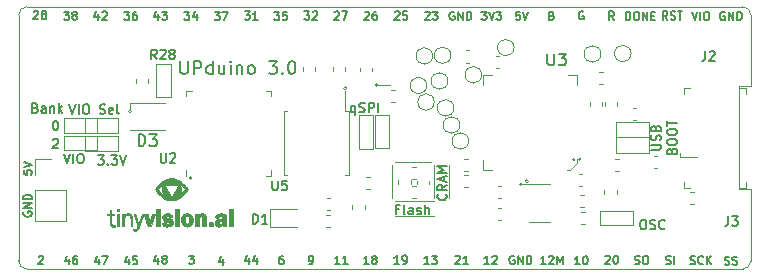
<source format=gto>
%TF.GenerationSoftware,KiCad,Pcbnew,(5.1.5)-3*%
%TF.CreationDate,2020-07-06T18:17:35-07:00*%
%TF.ProjectId,UPduino_v3.0,55506475-696e-46f5-9f76-332e302e6b69,3.0*%
%TF.SameCoordinates,Original*%
%TF.FileFunction,Legend,Top*%
%TF.FilePolarity,Positive*%
%FSLAX46Y46*%
G04 Gerber Fmt 4.6, Leading zero omitted, Abs format (unit mm)*
G04 Created by KiCad (PCBNEW (5.1.5)-3) date 2020-07-06 18:17:35*
%MOMM*%
%LPD*%
G04 APERTURE LIST*
%ADD10C,0.200000*%
%ADD11C,0.120000*%
%ADD12C,0.150000*%
%ADD13C,0.050000*%
%ADD14C,0.127000*%
%ADD15C,0.010000*%
%ADD16C,0.100000*%
G04 APERTURE END LIST*
D10*
X113696761Y-82379619D02*
X113696761Y-83270095D01*
X113749142Y-83374857D01*
X113801523Y-83427238D01*
X113906285Y-83479619D01*
X114115809Y-83479619D01*
X114220571Y-83427238D01*
X114272952Y-83374857D01*
X114325333Y-83270095D01*
X114325333Y-82379619D01*
X114849142Y-83479619D02*
X114849142Y-82379619D01*
X115268190Y-82379619D01*
X115372952Y-82432000D01*
X115425333Y-82484380D01*
X115477714Y-82589142D01*
X115477714Y-82746285D01*
X115425333Y-82851047D01*
X115372952Y-82903428D01*
X115268190Y-82955809D01*
X114849142Y-82955809D01*
X116420571Y-83479619D02*
X116420571Y-82379619D01*
X116420571Y-83427238D02*
X116315809Y-83479619D01*
X116106285Y-83479619D01*
X116001523Y-83427238D01*
X115949142Y-83374857D01*
X115896761Y-83270095D01*
X115896761Y-82955809D01*
X115949142Y-82851047D01*
X116001523Y-82798666D01*
X116106285Y-82746285D01*
X116315809Y-82746285D01*
X116420571Y-82798666D01*
X117415809Y-82746285D02*
X117415809Y-83479619D01*
X116944380Y-82746285D02*
X116944380Y-83322476D01*
X116996761Y-83427238D01*
X117101523Y-83479619D01*
X117258666Y-83479619D01*
X117363428Y-83427238D01*
X117415809Y-83374857D01*
X117939619Y-83479619D02*
X117939619Y-82746285D01*
X117939619Y-82379619D02*
X117887238Y-82432000D01*
X117939619Y-82484380D01*
X117992000Y-82432000D01*
X117939619Y-82379619D01*
X117939619Y-82484380D01*
X118463428Y-82746285D02*
X118463428Y-83479619D01*
X118463428Y-82851047D02*
X118515809Y-82798666D01*
X118620571Y-82746285D01*
X118777714Y-82746285D01*
X118882476Y-82798666D01*
X118934857Y-82903428D01*
X118934857Y-83479619D01*
X119615809Y-83479619D02*
X119511047Y-83427238D01*
X119458666Y-83374857D01*
X119406285Y-83270095D01*
X119406285Y-82955809D01*
X119458666Y-82851047D01*
X119511047Y-82798666D01*
X119615809Y-82746285D01*
X119772952Y-82746285D01*
X119877714Y-82798666D01*
X119930095Y-82851047D01*
X119982476Y-82955809D01*
X119982476Y-83270095D01*
X119930095Y-83374857D01*
X119877714Y-83427238D01*
X119772952Y-83479619D01*
X119615809Y-83479619D01*
X121187238Y-82379619D02*
X121868190Y-82379619D01*
X121501523Y-82798666D01*
X121658666Y-82798666D01*
X121763428Y-82851047D01*
X121815809Y-82903428D01*
X121868190Y-83008190D01*
X121868190Y-83270095D01*
X121815809Y-83374857D01*
X121763428Y-83427238D01*
X121658666Y-83479619D01*
X121344380Y-83479619D01*
X121239619Y-83427238D01*
X121187238Y-83374857D01*
X122339619Y-83374857D02*
X122392000Y-83427238D01*
X122339619Y-83479619D01*
X122287238Y-83427238D01*
X122339619Y-83374857D01*
X122339619Y-83479619D01*
X123072952Y-82379619D02*
X123177714Y-82379619D01*
X123282476Y-82432000D01*
X123334857Y-82484380D01*
X123387238Y-82589142D01*
X123439619Y-82798666D01*
X123439619Y-83060571D01*
X123387238Y-83270095D01*
X123334857Y-83374857D01*
X123282476Y-83427238D01*
X123177714Y-83479619D01*
X123072952Y-83479619D01*
X122968190Y-83427238D01*
X122915809Y-83374857D01*
X122863428Y-83270095D01*
X122811047Y-83060571D01*
X122811047Y-82798666D01*
X122863428Y-82589142D01*
X122915809Y-82484380D01*
X122968190Y-82432000D01*
X123072952Y-82379619D01*
D11*
X131826000Y-90932000D02*
X134874000Y-90932000D01*
X131572000Y-91186000D02*
X131572000Y-93980000D01*
X136398000Y-91186000D02*
X136398000Y-93980000D01*
X135128000Y-91186000D02*
X135128000Y-93980000D01*
D12*
X136175714Y-93662380D02*
X136213809Y-93700476D01*
X136251904Y-93814761D01*
X136251904Y-93890952D01*
X136213809Y-94005238D01*
X136137619Y-94081428D01*
X136061428Y-94119523D01*
X135909047Y-94157619D01*
X135794761Y-94157619D01*
X135642380Y-94119523D01*
X135566190Y-94081428D01*
X135490000Y-94005238D01*
X135451904Y-93890952D01*
X135451904Y-93814761D01*
X135490000Y-93700476D01*
X135528095Y-93662380D01*
X136251904Y-92862380D02*
X135870952Y-93129047D01*
X136251904Y-93319523D02*
X135451904Y-93319523D01*
X135451904Y-93014761D01*
X135490000Y-92938571D01*
X135528095Y-92900476D01*
X135604285Y-92862380D01*
X135718571Y-92862380D01*
X135794761Y-92900476D01*
X135832857Y-92938571D01*
X135870952Y-93014761D01*
X135870952Y-93319523D01*
X136023333Y-92557619D02*
X136023333Y-92176666D01*
X136251904Y-92633809D02*
X135451904Y-92367142D01*
X136251904Y-92100476D01*
X136251904Y-91833809D02*
X135451904Y-91833809D01*
X136023333Y-91567142D01*
X135451904Y-91300476D01*
X136251904Y-91300476D01*
X132207142Y-94938857D02*
X131940476Y-94938857D01*
X131940476Y-95357904D02*
X131940476Y-94557904D01*
X132321428Y-94557904D01*
X132740476Y-95357904D02*
X132664285Y-95319809D01*
X132626190Y-95243619D01*
X132626190Y-94557904D01*
X133388095Y-95357904D02*
X133388095Y-94938857D01*
X133350000Y-94862666D01*
X133273809Y-94824571D01*
X133121428Y-94824571D01*
X133045238Y-94862666D01*
X133388095Y-95319809D02*
X133311904Y-95357904D01*
X133121428Y-95357904D01*
X133045238Y-95319809D01*
X133007142Y-95243619D01*
X133007142Y-95167428D01*
X133045238Y-95091238D01*
X133121428Y-95053142D01*
X133311904Y-95053142D01*
X133388095Y-95015047D01*
X133730952Y-95319809D02*
X133807142Y-95357904D01*
X133959523Y-95357904D01*
X134035714Y-95319809D01*
X134073809Y-95243619D01*
X134073809Y-95205523D01*
X134035714Y-95129333D01*
X133959523Y-95091238D01*
X133845238Y-95091238D01*
X133769047Y-95053142D01*
X133730952Y-94976952D01*
X133730952Y-94938857D01*
X133769047Y-94862666D01*
X133845238Y-94824571D01*
X133959523Y-94824571D01*
X134035714Y-94862666D01*
X134416666Y-95357904D02*
X134416666Y-94557904D01*
X134759523Y-95357904D02*
X134759523Y-94938857D01*
X134721428Y-94862666D01*
X134645238Y-94824571D01*
X134530952Y-94824571D01*
X134454761Y-94862666D01*
X134416666Y-94900761D01*
D11*
X131826000Y-95504000D02*
X135128000Y-95504000D01*
X131826000Y-94234000D02*
X135128000Y-94234000D01*
D13*
X100000000Y-78480000D02*
G75*
G02X100700000Y-77780000I700000J0D01*
G01*
X161300000Y-77780000D02*
G75*
G02X162000000Y-78480000I0J-700000D01*
G01*
X162000000Y-99300000D02*
G75*
G02X161300000Y-100000000I-700000J0D01*
G01*
X100700000Y-100000000D02*
G75*
G02X100000000Y-99300000I0J700000D01*
G01*
D12*
X153572904Y-89909523D02*
X154220523Y-89909523D01*
X154296714Y-89871428D01*
X154334809Y-89833333D01*
X154372904Y-89757142D01*
X154372904Y-89604761D01*
X154334809Y-89528571D01*
X154296714Y-89490476D01*
X154220523Y-89452380D01*
X153572904Y-89452380D01*
X154334809Y-89109523D02*
X154372904Y-88995238D01*
X154372904Y-88804761D01*
X154334809Y-88728571D01*
X154296714Y-88690476D01*
X154220523Y-88652380D01*
X154144333Y-88652380D01*
X154068142Y-88690476D01*
X154030047Y-88728571D01*
X153991952Y-88804761D01*
X153953857Y-88957142D01*
X153915761Y-89033333D01*
X153877666Y-89071428D01*
X153801476Y-89109523D01*
X153725285Y-89109523D01*
X153649095Y-89071428D01*
X153611000Y-89033333D01*
X153572904Y-88957142D01*
X153572904Y-88766666D01*
X153611000Y-88652380D01*
X153953857Y-88042857D02*
X153991952Y-87928571D01*
X154030047Y-87890476D01*
X154106238Y-87852380D01*
X154220523Y-87852380D01*
X154296714Y-87890476D01*
X154334809Y-87928571D01*
X154372904Y-88004761D01*
X154372904Y-88309523D01*
X153572904Y-88309523D01*
X153572904Y-88042857D01*
X153611000Y-87966666D01*
X153649095Y-87928571D01*
X153725285Y-87890476D01*
X153801476Y-87890476D01*
X153877666Y-87928571D01*
X153915761Y-87966666D01*
X153953857Y-88042857D01*
X153953857Y-88309523D01*
X155303857Y-89985714D02*
X155341952Y-89871428D01*
X155380047Y-89833333D01*
X155456238Y-89795238D01*
X155570523Y-89795238D01*
X155646714Y-89833333D01*
X155684809Y-89871428D01*
X155722904Y-89947619D01*
X155722904Y-90252380D01*
X154922904Y-90252380D01*
X154922904Y-89985714D01*
X154961000Y-89909523D01*
X154999095Y-89871428D01*
X155075285Y-89833333D01*
X155151476Y-89833333D01*
X155227666Y-89871428D01*
X155265761Y-89909523D01*
X155303857Y-89985714D01*
X155303857Y-90252380D01*
X154922904Y-89300000D02*
X154922904Y-89147619D01*
X154961000Y-89071428D01*
X155037190Y-88995238D01*
X155189571Y-88957142D01*
X155456238Y-88957142D01*
X155608619Y-88995238D01*
X155684809Y-89071428D01*
X155722904Y-89147619D01*
X155722904Y-89300000D01*
X155684809Y-89376190D01*
X155608619Y-89452380D01*
X155456238Y-89490476D01*
X155189571Y-89490476D01*
X155037190Y-89452380D01*
X154961000Y-89376190D01*
X154922904Y-89300000D01*
X154922904Y-88461904D02*
X154922904Y-88309523D01*
X154961000Y-88233333D01*
X155037190Y-88157142D01*
X155189571Y-88119047D01*
X155456238Y-88119047D01*
X155608619Y-88157142D01*
X155684809Y-88233333D01*
X155722904Y-88309523D01*
X155722904Y-88461904D01*
X155684809Y-88538095D01*
X155608619Y-88614285D01*
X155456238Y-88652380D01*
X155189571Y-88652380D01*
X155037190Y-88614285D01*
X154961000Y-88538095D01*
X154922904Y-88461904D01*
X154922904Y-87890476D02*
X154922904Y-87433333D01*
X155722904Y-87661904D02*
X154922904Y-87661904D01*
X152812857Y-95827904D02*
X152965238Y-95827904D01*
X153041428Y-95866000D01*
X153117619Y-95942190D01*
X153155714Y-96094571D01*
X153155714Y-96361238D01*
X153117619Y-96513619D01*
X153041428Y-96589809D01*
X152965238Y-96627904D01*
X152812857Y-96627904D01*
X152736666Y-96589809D01*
X152660476Y-96513619D01*
X152622380Y-96361238D01*
X152622380Y-96094571D01*
X152660476Y-95942190D01*
X152736666Y-95866000D01*
X152812857Y-95827904D01*
X153460476Y-96589809D02*
X153574761Y-96627904D01*
X153765238Y-96627904D01*
X153841428Y-96589809D01*
X153879523Y-96551714D01*
X153917619Y-96475523D01*
X153917619Y-96399333D01*
X153879523Y-96323142D01*
X153841428Y-96285047D01*
X153765238Y-96246952D01*
X153612857Y-96208857D01*
X153536666Y-96170761D01*
X153498571Y-96132666D01*
X153460476Y-96056476D01*
X153460476Y-95980285D01*
X153498571Y-95904095D01*
X153536666Y-95866000D01*
X153612857Y-95827904D01*
X153803333Y-95827904D01*
X153917619Y-95866000D01*
X154717619Y-96551714D02*
X154679523Y-96589809D01*
X154565238Y-96627904D01*
X154489047Y-96627904D01*
X154374761Y-96589809D01*
X154298571Y-96513619D01*
X154260476Y-96437428D01*
X154222380Y-96285047D01*
X154222380Y-96170761D01*
X154260476Y-96018380D01*
X154298571Y-95942190D01*
X154374761Y-95866000D01*
X154489047Y-95827904D01*
X154565238Y-95827904D01*
X154679523Y-95866000D01*
X154717619Y-95904095D01*
X128486000Y-86188571D02*
X128486000Y-86988571D01*
X128486000Y-86683809D02*
X128409809Y-86721904D01*
X128257428Y-86721904D01*
X128181238Y-86683809D01*
X128143142Y-86645714D01*
X128105047Y-86569523D01*
X128105047Y-86340952D01*
X128143142Y-86264761D01*
X128181238Y-86226666D01*
X128257428Y-86188571D01*
X128409809Y-86188571D01*
X128486000Y-86226666D01*
X128828857Y-86683809D02*
X128943142Y-86721904D01*
X129133619Y-86721904D01*
X129209809Y-86683809D01*
X129247904Y-86645714D01*
X129286000Y-86569523D01*
X129286000Y-86493333D01*
X129247904Y-86417142D01*
X129209809Y-86379047D01*
X129133619Y-86340952D01*
X128981238Y-86302857D01*
X128905047Y-86264761D01*
X128866952Y-86226666D01*
X128828857Y-86150476D01*
X128828857Y-86074285D01*
X128866952Y-85998095D01*
X128905047Y-85960000D01*
X128981238Y-85921904D01*
X129171714Y-85921904D01*
X129286000Y-85960000D01*
X129628857Y-86721904D02*
X129628857Y-85921904D01*
X129933619Y-85921904D01*
X130009809Y-85960000D01*
X130047904Y-85998095D01*
X130086000Y-86074285D01*
X130086000Y-86188571D01*
X130047904Y-86264761D01*
X130009809Y-86302857D01*
X129933619Y-86340952D01*
X129628857Y-86340952D01*
X130428857Y-86721904D02*
X130428857Y-85921904D01*
X106719047Y-90361904D02*
X107214285Y-90361904D01*
X106947619Y-90666666D01*
X107061904Y-90666666D01*
X107138095Y-90704761D01*
X107176190Y-90742857D01*
X107214285Y-90819047D01*
X107214285Y-91009523D01*
X107176190Y-91085714D01*
X107138095Y-91123809D01*
X107061904Y-91161904D01*
X106833333Y-91161904D01*
X106757142Y-91123809D01*
X106719047Y-91085714D01*
X107557142Y-91085714D02*
X107595238Y-91123809D01*
X107557142Y-91161904D01*
X107519047Y-91123809D01*
X107557142Y-91085714D01*
X107557142Y-91161904D01*
X107861904Y-90361904D02*
X108357142Y-90361904D01*
X108090476Y-90666666D01*
X108204761Y-90666666D01*
X108280952Y-90704761D01*
X108319047Y-90742857D01*
X108357142Y-90819047D01*
X108357142Y-91009523D01*
X108319047Y-91085714D01*
X108280952Y-91123809D01*
X108204761Y-91161904D01*
X107976190Y-91161904D01*
X107900000Y-91123809D01*
X107861904Y-91085714D01*
X108585714Y-90361904D02*
X108852380Y-91161904D01*
X109119047Y-90361904D01*
X103823809Y-90239904D02*
X104090476Y-91039904D01*
X104357142Y-90239904D01*
X104623809Y-91039904D02*
X104623809Y-90239904D01*
X105157142Y-90239904D02*
X105309523Y-90239904D01*
X105385714Y-90278000D01*
X105461904Y-90354190D01*
X105500000Y-90506571D01*
X105500000Y-90773238D01*
X105461904Y-90925619D01*
X105385714Y-91001809D01*
X105309523Y-91039904D01*
X105157142Y-91039904D01*
X105080952Y-91001809D01*
X105004761Y-90925619D01*
X104966666Y-90773238D01*
X104966666Y-90506571D01*
X105004761Y-90354190D01*
X105080952Y-90278000D01*
X105157142Y-90239904D01*
X102895428Y-89046095D02*
X102933523Y-89008000D01*
X103009714Y-88969904D01*
X103200190Y-88969904D01*
X103276380Y-89008000D01*
X103314476Y-89046095D01*
X103352571Y-89122285D01*
X103352571Y-89198476D01*
X103314476Y-89312761D01*
X102857333Y-89769904D01*
X103352571Y-89769904D01*
X103085904Y-87445904D02*
X103162095Y-87445904D01*
X103238285Y-87484000D01*
X103276380Y-87522095D01*
X103314476Y-87598285D01*
X103352571Y-87750666D01*
X103352571Y-87941142D01*
X103314476Y-88093523D01*
X103276380Y-88169714D01*
X103238285Y-88207809D01*
X103162095Y-88245904D01*
X103085904Y-88245904D01*
X103009714Y-88207809D01*
X102971619Y-88169714D01*
X102933523Y-88093523D01*
X102895428Y-87941142D01*
X102895428Y-87750666D01*
X102933523Y-87598285D01*
X102971619Y-87522095D01*
X103009714Y-87484000D01*
X103085904Y-87445904D01*
X101409523Y-86342857D02*
X101523809Y-86380952D01*
X101561904Y-86419047D01*
X101600000Y-86495238D01*
X101600000Y-86609523D01*
X101561904Y-86685714D01*
X101523809Y-86723809D01*
X101447619Y-86761904D01*
X101142857Y-86761904D01*
X101142857Y-85961904D01*
X101409523Y-85961904D01*
X101485714Y-86000000D01*
X101523809Y-86038095D01*
X101561904Y-86114285D01*
X101561904Y-86190476D01*
X101523809Y-86266666D01*
X101485714Y-86304761D01*
X101409523Y-86342857D01*
X101142857Y-86342857D01*
X102285714Y-86761904D02*
X102285714Y-86342857D01*
X102247619Y-86266666D01*
X102171428Y-86228571D01*
X102019047Y-86228571D01*
X101942857Y-86266666D01*
X102285714Y-86723809D02*
X102209523Y-86761904D01*
X102019047Y-86761904D01*
X101942857Y-86723809D01*
X101904761Y-86647619D01*
X101904761Y-86571428D01*
X101942857Y-86495238D01*
X102019047Y-86457142D01*
X102209523Y-86457142D01*
X102285714Y-86419047D01*
X102666666Y-86228571D02*
X102666666Y-86761904D01*
X102666666Y-86304761D02*
X102704761Y-86266666D01*
X102780952Y-86228571D01*
X102895238Y-86228571D01*
X102971428Y-86266666D01*
X103009523Y-86342857D01*
X103009523Y-86761904D01*
X103390476Y-86761904D02*
X103390476Y-85961904D01*
X103466666Y-86457142D02*
X103695238Y-86761904D01*
X103695238Y-86228571D02*
X103390476Y-86533333D01*
X104285714Y-86061904D02*
X104552380Y-86861904D01*
X104819047Y-86061904D01*
X105085714Y-86861904D02*
X105085714Y-86061904D01*
X105619047Y-86061904D02*
X105771428Y-86061904D01*
X105847619Y-86100000D01*
X105923809Y-86176190D01*
X105961904Y-86328571D01*
X105961904Y-86595238D01*
X105923809Y-86747619D01*
X105847619Y-86823809D01*
X105771428Y-86861904D01*
X105619047Y-86861904D01*
X105542857Y-86823809D01*
X105466666Y-86747619D01*
X105428571Y-86595238D01*
X105428571Y-86328571D01*
X105466666Y-86176190D01*
X105542857Y-86100000D01*
X105619047Y-86061904D01*
X106876190Y-86823809D02*
X106990476Y-86861904D01*
X107180952Y-86861904D01*
X107257142Y-86823809D01*
X107295238Y-86785714D01*
X107333333Y-86709523D01*
X107333333Y-86633333D01*
X107295238Y-86557142D01*
X107257142Y-86519047D01*
X107180952Y-86480952D01*
X107028571Y-86442857D01*
X106952380Y-86404761D01*
X106914285Y-86366666D01*
X106876190Y-86290476D01*
X106876190Y-86214285D01*
X106914285Y-86138095D01*
X106952380Y-86100000D01*
X107028571Y-86061904D01*
X107219047Y-86061904D01*
X107333333Y-86100000D01*
X107980952Y-86823809D02*
X107904761Y-86861904D01*
X107752380Y-86861904D01*
X107676190Y-86823809D01*
X107638095Y-86747619D01*
X107638095Y-86442857D01*
X107676190Y-86366666D01*
X107752380Y-86328571D01*
X107904761Y-86328571D01*
X107980952Y-86366666D01*
X108019047Y-86442857D01*
X108019047Y-86519047D01*
X107638095Y-86595238D01*
X108476190Y-86861904D02*
X108400000Y-86823809D01*
X108361904Y-86747619D01*
X108361904Y-86061904D01*
D14*
X100416666Y-91623333D02*
X100416666Y-91956666D01*
X100750000Y-91990000D01*
X100716666Y-91956666D01*
X100683333Y-91890000D01*
X100683333Y-91723333D01*
X100716666Y-91656666D01*
X100750000Y-91623333D01*
X100816666Y-91590000D01*
X100983333Y-91590000D01*
X101050000Y-91623333D01*
X101083333Y-91656666D01*
X101116666Y-91723333D01*
X101116666Y-91890000D01*
X101083333Y-91956666D01*
X101050000Y-91990000D01*
X100416666Y-91390000D02*
X101116666Y-91156666D01*
X100416666Y-90923333D01*
X100440000Y-95153333D02*
X100406666Y-95220000D01*
X100406666Y-95320000D01*
X100440000Y-95420000D01*
X100506666Y-95486666D01*
X100573333Y-95520000D01*
X100706666Y-95553333D01*
X100806666Y-95553333D01*
X100940000Y-95520000D01*
X101006666Y-95486666D01*
X101073333Y-95420000D01*
X101106666Y-95320000D01*
X101106666Y-95253333D01*
X101073333Y-95153333D01*
X101040000Y-95120000D01*
X100806666Y-95120000D01*
X100806666Y-95253333D01*
X101106666Y-94820000D02*
X100406666Y-94820000D01*
X101106666Y-94420000D01*
X100406666Y-94420000D01*
X101106666Y-94086666D02*
X100406666Y-94086666D01*
X100406666Y-93920000D01*
X100440000Y-93820000D01*
X100506666Y-93753333D01*
X100573333Y-93720000D01*
X100706666Y-93686666D01*
X100806666Y-93686666D01*
X100940000Y-93720000D01*
X101006666Y-93753333D01*
X101073333Y-93820000D01*
X101106666Y-93920000D01*
X101106666Y-94086666D01*
D11*
X147106066Y-90725000D02*
G75*
G03X147106066Y-90725000I-106066J0D01*
G01*
X143170774Y-92550000D02*
G75*
G03X143170774Y-92550000I-145774J0D01*
G01*
X127784629Y-84675000D02*
G75*
G03X127784629Y-84675000I-134629J0D01*
G01*
X114700000Y-92300000D02*
G75*
G03X114700000Y-92300000I-125000J0D01*
G01*
D14*
X149676666Y-98923333D02*
X149710000Y-98890000D01*
X149776666Y-98856666D01*
X149943333Y-98856666D01*
X150010000Y-98890000D01*
X150043333Y-98923333D01*
X150076666Y-98990000D01*
X150076666Y-99056666D01*
X150043333Y-99156666D01*
X149643333Y-99556666D01*
X150076666Y-99556666D01*
X150510000Y-98856666D02*
X150576666Y-98856666D01*
X150643333Y-98890000D01*
X150676666Y-98923333D01*
X150710000Y-98990000D01*
X150743333Y-99123333D01*
X150743333Y-99290000D01*
X150710000Y-99423333D01*
X150676666Y-99490000D01*
X150643333Y-99523333D01*
X150576666Y-99556666D01*
X150510000Y-99556666D01*
X150443333Y-99523333D01*
X150410000Y-99490000D01*
X150376666Y-99423333D01*
X150343333Y-99290000D01*
X150343333Y-99123333D01*
X150376666Y-98990000D01*
X150410000Y-98923333D01*
X150443333Y-98890000D01*
X150510000Y-98856666D01*
X147516666Y-99606666D02*
X147116666Y-99606666D01*
X147316666Y-99606666D02*
X147316666Y-98906666D01*
X147250000Y-99006666D01*
X147183333Y-99073333D01*
X147116666Y-99106666D01*
X147950000Y-98906666D02*
X148016666Y-98906666D01*
X148083333Y-98940000D01*
X148116666Y-98973333D01*
X148150000Y-99040000D01*
X148183333Y-99173333D01*
X148183333Y-99340000D01*
X148150000Y-99473333D01*
X148116666Y-99540000D01*
X148083333Y-99573333D01*
X148016666Y-99606666D01*
X147950000Y-99606666D01*
X147883333Y-99573333D01*
X147850000Y-99540000D01*
X147816666Y-99473333D01*
X147783333Y-99340000D01*
X147783333Y-99173333D01*
X147816666Y-99040000D01*
X147850000Y-98973333D01*
X147883333Y-98940000D01*
X147950000Y-98906666D01*
X144636666Y-99576666D02*
X144236666Y-99576666D01*
X144436666Y-99576666D02*
X144436666Y-98876666D01*
X144370000Y-98976666D01*
X144303333Y-99043333D01*
X144236666Y-99076666D01*
X144903333Y-98943333D02*
X144936666Y-98910000D01*
X145003333Y-98876666D01*
X145170000Y-98876666D01*
X145236666Y-98910000D01*
X145270000Y-98943333D01*
X145303333Y-99010000D01*
X145303333Y-99076666D01*
X145270000Y-99176666D01*
X144870000Y-99576666D01*
X145303333Y-99576666D01*
X145603333Y-99576666D02*
X145603333Y-98876666D01*
X145836666Y-99376666D01*
X146070000Y-98876666D01*
X146070000Y-99576666D01*
X152173333Y-99533333D02*
X152273333Y-99566666D01*
X152440000Y-99566666D01*
X152506666Y-99533333D01*
X152540000Y-99500000D01*
X152573333Y-99433333D01*
X152573333Y-99366666D01*
X152540000Y-99300000D01*
X152506666Y-99266666D01*
X152440000Y-99233333D01*
X152306666Y-99200000D01*
X152240000Y-99166666D01*
X152206666Y-99133333D01*
X152173333Y-99066666D01*
X152173333Y-99000000D01*
X152206666Y-98933333D01*
X152240000Y-98900000D01*
X152306666Y-98866666D01*
X152473333Y-98866666D01*
X152573333Y-98900000D01*
X153006666Y-98866666D02*
X153140000Y-98866666D01*
X153206666Y-98900000D01*
X153273333Y-98966666D01*
X153306666Y-99100000D01*
X153306666Y-99333333D01*
X153273333Y-99466666D01*
X153206666Y-99533333D01*
X153140000Y-99566666D01*
X153006666Y-99566666D01*
X152940000Y-99533333D01*
X152873333Y-99466666D01*
X152840000Y-99333333D01*
X152840000Y-99100000D01*
X152873333Y-98966666D01*
X152940000Y-98900000D01*
X153006666Y-98866666D01*
X154793333Y-99553333D02*
X154893333Y-99586666D01*
X155060000Y-99586666D01*
X155126666Y-99553333D01*
X155160000Y-99520000D01*
X155193333Y-99453333D01*
X155193333Y-99386666D01*
X155160000Y-99320000D01*
X155126666Y-99286666D01*
X155060000Y-99253333D01*
X154926666Y-99220000D01*
X154860000Y-99186666D01*
X154826666Y-99153333D01*
X154793333Y-99086666D01*
X154793333Y-99020000D01*
X154826666Y-98953333D01*
X154860000Y-98920000D01*
X154926666Y-98886666D01*
X155093333Y-98886666D01*
X155193333Y-98920000D01*
X155493333Y-99586666D02*
X155493333Y-98886666D01*
X156860000Y-99563333D02*
X156960000Y-99596666D01*
X157126666Y-99596666D01*
X157193333Y-99563333D01*
X157226666Y-99530000D01*
X157260000Y-99463333D01*
X157260000Y-99396666D01*
X157226666Y-99330000D01*
X157193333Y-99296666D01*
X157126666Y-99263333D01*
X156993333Y-99230000D01*
X156926666Y-99196666D01*
X156893333Y-99163333D01*
X156860000Y-99096666D01*
X156860000Y-99030000D01*
X156893333Y-98963333D01*
X156926666Y-98930000D01*
X156993333Y-98896666D01*
X157160000Y-98896666D01*
X157260000Y-98930000D01*
X157960000Y-99530000D02*
X157926666Y-99563333D01*
X157826666Y-99596666D01*
X157760000Y-99596666D01*
X157660000Y-99563333D01*
X157593333Y-99496666D01*
X157560000Y-99430000D01*
X157526666Y-99296666D01*
X157526666Y-99196666D01*
X157560000Y-99063333D01*
X157593333Y-98996666D01*
X157660000Y-98930000D01*
X157760000Y-98896666D01*
X157826666Y-98896666D01*
X157926666Y-98930000D01*
X157960000Y-98963333D01*
X158260000Y-99596666D02*
X158260000Y-98896666D01*
X158660000Y-99596666D02*
X158360000Y-99196666D01*
X158660000Y-98896666D02*
X158260000Y-99296666D01*
X159766666Y-99603333D02*
X159866666Y-99636666D01*
X160033333Y-99636666D01*
X160100000Y-99603333D01*
X160133333Y-99570000D01*
X160166666Y-99503333D01*
X160166666Y-99436666D01*
X160133333Y-99370000D01*
X160100000Y-99336666D01*
X160033333Y-99303333D01*
X159900000Y-99270000D01*
X159833333Y-99236666D01*
X159800000Y-99203333D01*
X159766666Y-99136666D01*
X159766666Y-99070000D01*
X159800000Y-99003333D01*
X159833333Y-98970000D01*
X159900000Y-98936666D01*
X160066666Y-98936666D01*
X160166666Y-98970000D01*
X160433333Y-99603333D02*
X160533333Y-99636666D01*
X160700000Y-99636666D01*
X160766666Y-99603333D01*
X160800000Y-99570000D01*
X160833333Y-99503333D01*
X160833333Y-99436666D01*
X160800000Y-99370000D01*
X160766666Y-99336666D01*
X160700000Y-99303333D01*
X160566666Y-99270000D01*
X160500000Y-99236666D01*
X160466666Y-99203333D01*
X160433333Y-99136666D01*
X160433333Y-99070000D01*
X160466666Y-99003333D01*
X160500000Y-98970000D01*
X160566666Y-98936666D01*
X160733333Y-98936666D01*
X160833333Y-98970000D01*
X141956666Y-98900000D02*
X141890000Y-98866666D01*
X141790000Y-98866666D01*
X141690000Y-98900000D01*
X141623333Y-98966666D01*
X141590000Y-99033333D01*
X141556666Y-99166666D01*
X141556666Y-99266666D01*
X141590000Y-99400000D01*
X141623333Y-99466666D01*
X141690000Y-99533333D01*
X141790000Y-99566666D01*
X141856666Y-99566666D01*
X141956666Y-99533333D01*
X141990000Y-99500000D01*
X141990000Y-99266666D01*
X141856666Y-99266666D01*
X142290000Y-99566666D02*
X142290000Y-98866666D01*
X142690000Y-99566666D01*
X142690000Y-98866666D01*
X143023333Y-99566666D02*
X143023333Y-98866666D01*
X143190000Y-98866666D01*
X143290000Y-98900000D01*
X143356666Y-98966666D01*
X143390000Y-99033333D01*
X143423333Y-99166666D01*
X143423333Y-99266666D01*
X143390000Y-99400000D01*
X143356666Y-99466666D01*
X143290000Y-99533333D01*
X143190000Y-99566666D01*
X143023333Y-99566666D01*
X139836666Y-99566666D02*
X139436666Y-99566666D01*
X139636666Y-99566666D02*
X139636666Y-98866666D01*
X139570000Y-98966666D01*
X139503333Y-99033333D01*
X139436666Y-99066666D01*
X140103333Y-98933333D02*
X140136666Y-98900000D01*
X140203333Y-98866666D01*
X140370000Y-98866666D01*
X140436666Y-98900000D01*
X140470000Y-98933333D01*
X140503333Y-99000000D01*
X140503333Y-99066666D01*
X140470000Y-99166666D01*
X140070000Y-99566666D01*
X140503333Y-99566666D01*
X136986666Y-98923333D02*
X137020000Y-98890000D01*
X137086666Y-98856666D01*
X137253333Y-98856666D01*
X137320000Y-98890000D01*
X137353333Y-98923333D01*
X137386666Y-98990000D01*
X137386666Y-99056666D01*
X137353333Y-99156666D01*
X136953333Y-99556666D01*
X137386666Y-99556666D01*
X138053333Y-99556666D02*
X137653333Y-99556666D01*
X137853333Y-99556666D02*
X137853333Y-98856666D01*
X137786666Y-98956666D01*
X137720000Y-99023333D01*
X137653333Y-99056666D01*
X134736666Y-99576666D02*
X134336666Y-99576666D01*
X134536666Y-99576666D02*
X134536666Y-98876666D01*
X134470000Y-98976666D01*
X134403333Y-99043333D01*
X134336666Y-99076666D01*
X134970000Y-98876666D02*
X135403333Y-98876666D01*
X135170000Y-99143333D01*
X135270000Y-99143333D01*
X135336666Y-99176666D01*
X135370000Y-99210000D01*
X135403333Y-99276666D01*
X135403333Y-99443333D01*
X135370000Y-99510000D01*
X135336666Y-99543333D01*
X135270000Y-99576666D01*
X135070000Y-99576666D01*
X135003333Y-99543333D01*
X134970000Y-99510000D01*
X132216666Y-99546666D02*
X131816666Y-99546666D01*
X132016666Y-99546666D02*
X132016666Y-98846666D01*
X131950000Y-98946666D01*
X131883333Y-99013333D01*
X131816666Y-99046666D01*
X132550000Y-99546666D02*
X132683333Y-99546666D01*
X132750000Y-99513333D01*
X132783333Y-99480000D01*
X132850000Y-99380000D01*
X132883333Y-99246666D01*
X132883333Y-98980000D01*
X132850000Y-98913333D01*
X132816666Y-98880000D01*
X132750000Y-98846666D01*
X132616666Y-98846666D01*
X132550000Y-98880000D01*
X132516666Y-98913333D01*
X132483333Y-98980000D01*
X132483333Y-99146666D01*
X132516666Y-99213333D01*
X132550000Y-99246666D01*
X132616666Y-99280000D01*
X132750000Y-99280000D01*
X132816666Y-99246666D01*
X132850000Y-99213333D01*
X132883333Y-99146666D01*
X129646666Y-99566666D02*
X129246666Y-99566666D01*
X129446666Y-99566666D02*
X129446666Y-98866666D01*
X129380000Y-98966666D01*
X129313333Y-99033333D01*
X129246666Y-99066666D01*
X130046666Y-99166666D02*
X129980000Y-99133333D01*
X129946666Y-99100000D01*
X129913333Y-99033333D01*
X129913333Y-99000000D01*
X129946666Y-98933333D01*
X129980000Y-98900000D01*
X130046666Y-98866666D01*
X130180000Y-98866666D01*
X130246666Y-98900000D01*
X130280000Y-98933333D01*
X130313333Y-99000000D01*
X130313333Y-99033333D01*
X130280000Y-99100000D01*
X130246666Y-99133333D01*
X130180000Y-99166666D01*
X130046666Y-99166666D01*
X129980000Y-99200000D01*
X129946666Y-99233333D01*
X129913333Y-99300000D01*
X129913333Y-99433333D01*
X129946666Y-99500000D01*
X129980000Y-99533333D01*
X130046666Y-99566666D01*
X130180000Y-99566666D01*
X130246666Y-99533333D01*
X130280000Y-99500000D01*
X130313333Y-99433333D01*
X130313333Y-99300000D01*
X130280000Y-99233333D01*
X130246666Y-99200000D01*
X130180000Y-99166666D01*
X127186666Y-99576666D02*
X126786666Y-99576666D01*
X126986666Y-99576666D02*
X126986666Y-98876666D01*
X126920000Y-98976666D01*
X126853333Y-99043333D01*
X126786666Y-99076666D01*
X127853333Y-99576666D02*
X127453333Y-99576666D01*
X127653333Y-99576666D02*
X127653333Y-98876666D01*
X127586666Y-98976666D01*
X127520000Y-99043333D01*
X127453333Y-99076666D01*
X124616666Y-99586666D02*
X124750000Y-99586666D01*
X124816666Y-99553333D01*
X124850000Y-99520000D01*
X124916666Y-99420000D01*
X124950000Y-99286666D01*
X124950000Y-99020000D01*
X124916666Y-98953333D01*
X124883333Y-98920000D01*
X124816666Y-98886666D01*
X124683333Y-98886666D01*
X124616666Y-98920000D01*
X124583333Y-98953333D01*
X124550000Y-99020000D01*
X124550000Y-99186666D01*
X124583333Y-99253333D01*
X124616666Y-99286666D01*
X124683333Y-99320000D01*
X124816666Y-99320000D01*
X124883333Y-99286666D01*
X124916666Y-99253333D01*
X124950000Y-99186666D01*
X122383333Y-98876666D02*
X122250000Y-98876666D01*
X122183333Y-98910000D01*
X122150000Y-98943333D01*
X122083333Y-99043333D01*
X122050000Y-99176666D01*
X122050000Y-99443333D01*
X122083333Y-99510000D01*
X122116666Y-99543333D01*
X122183333Y-99576666D01*
X122316666Y-99576666D01*
X122383333Y-99543333D01*
X122416666Y-99510000D01*
X122450000Y-99443333D01*
X122450000Y-99276666D01*
X122416666Y-99210000D01*
X122383333Y-99176666D01*
X122316666Y-99143333D01*
X122183333Y-99143333D01*
X122116666Y-99176666D01*
X122083333Y-99210000D01*
X122050000Y-99276666D01*
X119480000Y-99100000D02*
X119480000Y-99566666D01*
X119313333Y-98833333D02*
X119146666Y-99333333D01*
X119580000Y-99333333D01*
X120146666Y-99100000D02*
X120146666Y-99566666D01*
X119980000Y-98833333D02*
X119813333Y-99333333D01*
X120246666Y-99333333D01*
X117263333Y-99160000D02*
X117263333Y-99626666D01*
X117096666Y-98893333D02*
X116930000Y-99393333D01*
X117363333Y-99393333D01*
X114406666Y-98856666D02*
X114840000Y-98856666D01*
X114606666Y-99123333D01*
X114706666Y-99123333D01*
X114773333Y-99156666D01*
X114806666Y-99190000D01*
X114840000Y-99256666D01*
X114840000Y-99423333D01*
X114806666Y-99490000D01*
X114773333Y-99523333D01*
X114706666Y-99556666D01*
X114506666Y-99556666D01*
X114440000Y-99523333D01*
X114406666Y-99490000D01*
X111820000Y-99090000D02*
X111820000Y-99556666D01*
X111653333Y-98823333D02*
X111486666Y-99323333D01*
X111920000Y-99323333D01*
X112286666Y-99156666D02*
X112220000Y-99123333D01*
X112186666Y-99090000D01*
X112153333Y-99023333D01*
X112153333Y-98990000D01*
X112186666Y-98923333D01*
X112220000Y-98890000D01*
X112286666Y-98856666D01*
X112420000Y-98856666D01*
X112486666Y-98890000D01*
X112520000Y-98923333D01*
X112553333Y-98990000D01*
X112553333Y-99023333D01*
X112520000Y-99090000D01*
X112486666Y-99123333D01*
X112420000Y-99156666D01*
X112286666Y-99156666D01*
X112220000Y-99190000D01*
X112186666Y-99223333D01*
X112153333Y-99290000D01*
X112153333Y-99423333D01*
X112186666Y-99490000D01*
X112220000Y-99523333D01*
X112286666Y-99556666D01*
X112420000Y-99556666D01*
X112486666Y-99523333D01*
X112520000Y-99490000D01*
X112553333Y-99423333D01*
X112553333Y-99290000D01*
X112520000Y-99223333D01*
X112486666Y-99190000D01*
X112420000Y-99156666D01*
X109310000Y-99140000D02*
X109310000Y-99606666D01*
X109143333Y-98873333D02*
X108976666Y-99373333D01*
X109410000Y-99373333D01*
X110010000Y-98906666D02*
X109676666Y-98906666D01*
X109643333Y-99240000D01*
X109676666Y-99206666D01*
X109743333Y-99173333D01*
X109910000Y-99173333D01*
X109976666Y-99206666D01*
X110010000Y-99240000D01*
X110043333Y-99306666D01*
X110043333Y-99473333D01*
X110010000Y-99540000D01*
X109976666Y-99573333D01*
X109910000Y-99606666D01*
X109743333Y-99606666D01*
X109676666Y-99573333D01*
X109643333Y-99540000D01*
X106780000Y-99140000D02*
X106780000Y-99606666D01*
X106613333Y-98873333D02*
X106446666Y-99373333D01*
X106880000Y-99373333D01*
X107080000Y-98906666D02*
X107546666Y-98906666D01*
X107246666Y-99606666D01*
X104250000Y-99120000D02*
X104250000Y-99586666D01*
X104083333Y-98853333D02*
X103916666Y-99353333D01*
X104350000Y-99353333D01*
X104916666Y-98886666D02*
X104783333Y-98886666D01*
X104716666Y-98920000D01*
X104683333Y-98953333D01*
X104616666Y-99053333D01*
X104583333Y-99186666D01*
X104583333Y-99453333D01*
X104616666Y-99520000D01*
X104650000Y-99553333D01*
X104716666Y-99586666D01*
X104850000Y-99586666D01*
X104916666Y-99553333D01*
X104950000Y-99520000D01*
X104983333Y-99453333D01*
X104983333Y-99286666D01*
X104950000Y-99220000D01*
X104916666Y-99186666D01*
X104850000Y-99153333D01*
X104716666Y-99153333D01*
X104650000Y-99186666D01*
X104616666Y-99220000D01*
X104583333Y-99286666D01*
X101700000Y-98933333D02*
X101733333Y-98900000D01*
X101800000Y-98866666D01*
X101966666Y-98866666D01*
X102033333Y-98900000D01*
X102066666Y-98933333D01*
X102100000Y-99000000D01*
X102100000Y-99066666D01*
X102066666Y-99166666D01*
X101666666Y-99566666D01*
X102100000Y-99566666D01*
X159776666Y-78240000D02*
X159710000Y-78206666D01*
X159610000Y-78206666D01*
X159510000Y-78240000D01*
X159443333Y-78306666D01*
X159410000Y-78373333D01*
X159376666Y-78506666D01*
X159376666Y-78606666D01*
X159410000Y-78740000D01*
X159443333Y-78806666D01*
X159510000Y-78873333D01*
X159610000Y-78906666D01*
X159676666Y-78906666D01*
X159776666Y-78873333D01*
X159810000Y-78840000D01*
X159810000Y-78606666D01*
X159676666Y-78606666D01*
X160110000Y-78906666D02*
X160110000Y-78206666D01*
X160510000Y-78906666D01*
X160510000Y-78206666D01*
X160843333Y-78906666D02*
X160843333Y-78206666D01*
X161010000Y-78206666D01*
X161110000Y-78240000D01*
X161176666Y-78306666D01*
X161210000Y-78373333D01*
X161243333Y-78506666D01*
X161243333Y-78606666D01*
X161210000Y-78740000D01*
X161176666Y-78806666D01*
X161110000Y-78873333D01*
X161010000Y-78906666D01*
X160843333Y-78906666D01*
X156993333Y-78216666D02*
X157226666Y-78916666D01*
X157460000Y-78216666D01*
X157693333Y-78916666D02*
X157693333Y-78216666D01*
X158160000Y-78216666D02*
X158293333Y-78216666D01*
X158360000Y-78250000D01*
X158426666Y-78316666D01*
X158460000Y-78450000D01*
X158460000Y-78683333D01*
X158426666Y-78816666D01*
X158360000Y-78883333D01*
X158293333Y-78916666D01*
X158160000Y-78916666D01*
X158093333Y-78883333D01*
X158026666Y-78816666D01*
X157993333Y-78683333D01*
X157993333Y-78450000D01*
X158026666Y-78316666D01*
X158093333Y-78250000D01*
X158160000Y-78216666D01*
X154936666Y-78876666D02*
X154703333Y-78543333D01*
X154536666Y-78876666D02*
X154536666Y-78176666D01*
X154803333Y-78176666D01*
X154870000Y-78210000D01*
X154903333Y-78243333D01*
X154936666Y-78310000D01*
X154936666Y-78410000D01*
X154903333Y-78476666D01*
X154870000Y-78510000D01*
X154803333Y-78543333D01*
X154536666Y-78543333D01*
X155203333Y-78843333D02*
X155303333Y-78876666D01*
X155470000Y-78876666D01*
X155536666Y-78843333D01*
X155570000Y-78810000D01*
X155603333Y-78743333D01*
X155603333Y-78676666D01*
X155570000Y-78610000D01*
X155536666Y-78576666D01*
X155470000Y-78543333D01*
X155336666Y-78510000D01*
X155270000Y-78476666D01*
X155236666Y-78443333D01*
X155203333Y-78376666D01*
X155203333Y-78310000D01*
X155236666Y-78243333D01*
X155270000Y-78210000D01*
X155336666Y-78176666D01*
X155503333Y-78176666D01*
X155603333Y-78210000D01*
X155803333Y-78176666D02*
X156203333Y-78176666D01*
X156003333Y-78876666D02*
X156003333Y-78176666D01*
X151396666Y-78906666D02*
X151396666Y-78206666D01*
X151563333Y-78206666D01*
X151663333Y-78240000D01*
X151730000Y-78306666D01*
X151763333Y-78373333D01*
X151796666Y-78506666D01*
X151796666Y-78606666D01*
X151763333Y-78740000D01*
X151730000Y-78806666D01*
X151663333Y-78873333D01*
X151563333Y-78906666D01*
X151396666Y-78906666D01*
X152230000Y-78206666D02*
X152363333Y-78206666D01*
X152430000Y-78240000D01*
X152496666Y-78306666D01*
X152530000Y-78440000D01*
X152530000Y-78673333D01*
X152496666Y-78806666D01*
X152430000Y-78873333D01*
X152363333Y-78906666D01*
X152230000Y-78906666D01*
X152163333Y-78873333D01*
X152096666Y-78806666D01*
X152063333Y-78673333D01*
X152063333Y-78440000D01*
X152096666Y-78306666D01*
X152163333Y-78240000D01*
X152230000Y-78206666D01*
X152830000Y-78906666D02*
X152830000Y-78206666D01*
X153230000Y-78906666D01*
X153230000Y-78206666D01*
X153563333Y-78540000D02*
X153796666Y-78540000D01*
X153896666Y-78906666D02*
X153563333Y-78906666D01*
X153563333Y-78206666D01*
X153896666Y-78206666D01*
X150416666Y-78866666D02*
X150183333Y-78533333D01*
X150016666Y-78866666D02*
X150016666Y-78166666D01*
X150283333Y-78166666D01*
X150350000Y-78200000D01*
X150383333Y-78233333D01*
X150416666Y-78300000D01*
X150416666Y-78400000D01*
X150383333Y-78466666D01*
X150350000Y-78500000D01*
X150283333Y-78533333D01*
X150016666Y-78533333D01*
X147803333Y-78190000D02*
X147736666Y-78156666D01*
X147636666Y-78156666D01*
X147536666Y-78190000D01*
X147470000Y-78256666D01*
X147436666Y-78323333D01*
X147403333Y-78456666D01*
X147403333Y-78556666D01*
X147436666Y-78690000D01*
X147470000Y-78756666D01*
X147536666Y-78823333D01*
X147636666Y-78856666D01*
X147703333Y-78856666D01*
X147803333Y-78823333D01*
X147836666Y-78790000D01*
X147836666Y-78556666D01*
X147703333Y-78556666D01*
X145125000Y-78530000D02*
X145225000Y-78563333D01*
X145258333Y-78596666D01*
X145291666Y-78663333D01*
X145291666Y-78763333D01*
X145258333Y-78830000D01*
X145225000Y-78863333D01*
X145158333Y-78896666D01*
X144891666Y-78896666D01*
X144891666Y-78196666D01*
X145125000Y-78196666D01*
X145191666Y-78230000D01*
X145225000Y-78263333D01*
X145258333Y-78330000D01*
X145258333Y-78396666D01*
X145225000Y-78463333D01*
X145191666Y-78496666D01*
X145125000Y-78530000D01*
X144891666Y-78530000D01*
X142441666Y-78196666D02*
X142108333Y-78196666D01*
X142075000Y-78530000D01*
X142108333Y-78496666D01*
X142175000Y-78463333D01*
X142341666Y-78463333D01*
X142408333Y-78496666D01*
X142441666Y-78530000D01*
X142475000Y-78596666D01*
X142475000Y-78763333D01*
X142441666Y-78830000D01*
X142408333Y-78863333D01*
X142341666Y-78896666D01*
X142175000Y-78896666D01*
X142108333Y-78863333D01*
X142075000Y-78830000D01*
X142675000Y-78196666D02*
X142908333Y-78896666D01*
X143141666Y-78196666D01*
X139183333Y-78196666D02*
X139616666Y-78196666D01*
X139383333Y-78463333D01*
X139483333Y-78463333D01*
X139550000Y-78496666D01*
X139583333Y-78530000D01*
X139616666Y-78596666D01*
X139616666Y-78763333D01*
X139583333Y-78830000D01*
X139550000Y-78863333D01*
X139483333Y-78896666D01*
X139283333Y-78896666D01*
X139216666Y-78863333D01*
X139183333Y-78830000D01*
X139816666Y-78196666D02*
X140050000Y-78896666D01*
X140283333Y-78196666D01*
X140450000Y-78196666D02*
X140883333Y-78196666D01*
X140650000Y-78463333D01*
X140750000Y-78463333D01*
X140816666Y-78496666D01*
X140850000Y-78530000D01*
X140883333Y-78596666D01*
X140883333Y-78763333D01*
X140850000Y-78830000D01*
X140816666Y-78863333D01*
X140750000Y-78896666D01*
X140550000Y-78896666D01*
X140483333Y-78863333D01*
X140450000Y-78830000D01*
X136876666Y-78230000D02*
X136810000Y-78196666D01*
X136710000Y-78196666D01*
X136610000Y-78230000D01*
X136543333Y-78296666D01*
X136510000Y-78363333D01*
X136476666Y-78496666D01*
X136476666Y-78596666D01*
X136510000Y-78730000D01*
X136543333Y-78796666D01*
X136610000Y-78863333D01*
X136710000Y-78896666D01*
X136776666Y-78896666D01*
X136876666Y-78863333D01*
X136910000Y-78830000D01*
X136910000Y-78596666D01*
X136776666Y-78596666D01*
X137210000Y-78896666D02*
X137210000Y-78196666D01*
X137610000Y-78896666D01*
X137610000Y-78196666D01*
X137943333Y-78896666D02*
X137943333Y-78196666D01*
X138110000Y-78196666D01*
X138210000Y-78230000D01*
X138276666Y-78296666D01*
X138310000Y-78363333D01*
X138343333Y-78496666D01*
X138343333Y-78596666D01*
X138310000Y-78730000D01*
X138276666Y-78796666D01*
X138210000Y-78863333D01*
X138110000Y-78896666D01*
X137943333Y-78896666D01*
X134406666Y-78263333D02*
X134440000Y-78230000D01*
X134506666Y-78196666D01*
X134673333Y-78196666D01*
X134740000Y-78230000D01*
X134773333Y-78263333D01*
X134806666Y-78330000D01*
X134806666Y-78396666D01*
X134773333Y-78496666D01*
X134373333Y-78896666D01*
X134806666Y-78896666D01*
X135040000Y-78196666D02*
X135473333Y-78196666D01*
X135240000Y-78463333D01*
X135340000Y-78463333D01*
X135406666Y-78496666D01*
X135440000Y-78530000D01*
X135473333Y-78596666D01*
X135473333Y-78763333D01*
X135440000Y-78830000D01*
X135406666Y-78863333D01*
X135340000Y-78896666D01*
X135140000Y-78896666D01*
X135073333Y-78863333D01*
X135040000Y-78830000D01*
X131856666Y-78253333D02*
X131890000Y-78220000D01*
X131956666Y-78186666D01*
X132123333Y-78186666D01*
X132190000Y-78220000D01*
X132223333Y-78253333D01*
X132256666Y-78320000D01*
X132256666Y-78386666D01*
X132223333Y-78486666D01*
X131823333Y-78886666D01*
X132256666Y-78886666D01*
X132890000Y-78186666D02*
X132556666Y-78186666D01*
X132523333Y-78520000D01*
X132556666Y-78486666D01*
X132623333Y-78453333D01*
X132790000Y-78453333D01*
X132856666Y-78486666D01*
X132890000Y-78520000D01*
X132923333Y-78586666D01*
X132923333Y-78753333D01*
X132890000Y-78820000D01*
X132856666Y-78853333D01*
X132790000Y-78886666D01*
X132623333Y-78886666D01*
X132556666Y-78853333D01*
X132523333Y-78820000D01*
X129286666Y-78263333D02*
X129320000Y-78230000D01*
X129386666Y-78196666D01*
X129553333Y-78196666D01*
X129620000Y-78230000D01*
X129653333Y-78263333D01*
X129686666Y-78330000D01*
X129686666Y-78396666D01*
X129653333Y-78496666D01*
X129253333Y-78896666D01*
X129686666Y-78896666D01*
X130286666Y-78196666D02*
X130153333Y-78196666D01*
X130086666Y-78230000D01*
X130053333Y-78263333D01*
X129986666Y-78363333D01*
X129953333Y-78496666D01*
X129953333Y-78763333D01*
X129986666Y-78830000D01*
X130020000Y-78863333D01*
X130086666Y-78896666D01*
X130220000Y-78896666D01*
X130286666Y-78863333D01*
X130320000Y-78830000D01*
X130353333Y-78763333D01*
X130353333Y-78596666D01*
X130320000Y-78530000D01*
X130286666Y-78496666D01*
X130220000Y-78463333D01*
X130086666Y-78463333D01*
X130020000Y-78496666D01*
X129986666Y-78530000D01*
X129953333Y-78596666D01*
X126736666Y-78253333D02*
X126770000Y-78220000D01*
X126836666Y-78186666D01*
X127003333Y-78186666D01*
X127070000Y-78220000D01*
X127103333Y-78253333D01*
X127136666Y-78320000D01*
X127136666Y-78386666D01*
X127103333Y-78486666D01*
X126703333Y-78886666D01*
X127136666Y-78886666D01*
X127370000Y-78186666D02*
X127836666Y-78186666D01*
X127536666Y-78886666D01*
X124193333Y-78176666D02*
X124626666Y-78176666D01*
X124393333Y-78443333D01*
X124493333Y-78443333D01*
X124560000Y-78476666D01*
X124593333Y-78510000D01*
X124626666Y-78576666D01*
X124626666Y-78743333D01*
X124593333Y-78810000D01*
X124560000Y-78843333D01*
X124493333Y-78876666D01*
X124293333Y-78876666D01*
X124226666Y-78843333D01*
X124193333Y-78810000D01*
X124893333Y-78243333D02*
X124926666Y-78210000D01*
X124993333Y-78176666D01*
X125160000Y-78176666D01*
X125226666Y-78210000D01*
X125260000Y-78243333D01*
X125293333Y-78310000D01*
X125293333Y-78376666D01*
X125260000Y-78476666D01*
X124860000Y-78876666D01*
X125293333Y-78876666D01*
X121643333Y-78216666D02*
X122076666Y-78216666D01*
X121843333Y-78483333D01*
X121943333Y-78483333D01*
X122010000Y-78516666D01*
X122043333Y-78550000D01*
X122076666Y-78616666D01*
X122076666Y-78783333D01*
X122043333Y-78850000D01*
X122010000Y-78883333D01*
X121943333Y-78916666D01*
X121743333Y-78916666D01*
X121676666Y-78883333D01*
X121643333Y-78850000D01*
X122710000Y-78216666D02*
X122376666Y-78216666D01*
X122343333Y-78550000D01*
X122376666Y-78516666D01*
X122443333Y-78483333D01*
X122610000Y-78483333D01*
X122676666Y-78516666D01*
X122710000Y-78550000D01*
X122743333Y-78616666D01*
X122743333Y-78783333D01*
X122710000Y-78850000D01*
X122676666Y-78883333D01*
X122610000Y-78916666D01*
X122443333Y-78916666D01*
X122376666Y-78883333D01*
X122343333Y-78850000D01*
X119143333Y-78176666D02*
X119576666Y-78176666D01*
X119343333Y-78443333D01*
X119443333Y-78443333D01*
X119510000Y-78476666D01*
X119543333Y-78510000D01*
X119576666Y-78576666D01*
X119576666Y-78743333D01*
X119543333Y-78810000D01*
X119510000Y-78843333D01*
X119443333Y-78876666D01*
X119243333Y-78876666D01*
X119176666Y-78843333D01*
X119143333Y-78810000D01*
X120243333Y-78876666D02*
X119843333Y-78876666D01*
X120043333Y-78876666D02*
X120043333Y-78176666D01*
X119976666Y-78276666D01*
X119910000Y-78343333D01*
X119843333Y-78376666D01*
X116593333Y-78226666D02*
X117026666Y-78226666D01*
X116793333Y-78493333D01*
X116893333Y-78493333D01*
X116960000Y-78526666D01*
X116993333Y-78560000D01*
X117026666Y-78626666D01*
X117026666Y-78793333D01*
X116993333Y-78860000D01*
X116960000Y-78893333D01*
X116893333Y-78926666D01*
X116693333Y-78926666D01*
X116626666Y-78893333D01*
X116593333Y-78860000D01*
X117260000Y-78226666D02*
X117726666Y-78226666D01*
X117426666Y-78926666D01*
X114033333Y-78206666D02*
X114466666Y-78206666D01*
X114233333Y-78473333D01*
X114333333Y-78473333D01*
X114400000Y-78506666D01*
X114433333Y-78540000D01*
X114466666Y-78606666D01*
X114466666Y-78773333D01*
X114433333Y-78840000D01*
X114400000Y-78873333D01*
X114333333Y-78906666D01*
X114133333Y-78906666D01*
X114066666Y-78873333D01*
X114033333Y-78840000D01*
X115066666Y-78440000D02*
X115066666Y-78906666D01*
X114900000Y-78173333D02*
X114733333Y-78673333D01*
X115166666Y-78673333D01*
X111830000Y-78430000D02*
X111830000Y-78896666D01*
X111663333Y-78163333D02*
X111496666Y-78663333D01*
X111930000Y-78663333D01*
X112130000Y-78196666D02*
X112563333Y-78196666D01*
X112330000Y-78463333D01*
X112430000Y-78463333D01*
X112496666Y-78496666D01*
X112530000Y-78530000D01*
X112563333Y-78596666D01*
X112563333Y-78763333D01*
X112530000Y-78830000D01*
X112496666Y-78863333D01*
X112430000Y-78896666D01*
X112230000Y-78896666D01*
X112163333Y-78863333D01*
X112130000Y-78830000D01*
X108943333Y-78206666D02*
X109376666Y-78206666D01*
X109143333Y-78473333D01*
X109243333Y-78473333D01*
X109310000Y-78506666D01*
X109343333Y-78540000D01*
X109376666Y-78606666D01*
X109376666Y-78773333D01*
X109343333Y-78840000D01*
X109310000Y-78873333D01*
X109243333Y-78906666D01*
X109043333Y-78906666D01*
X108976666Y-78873333D01*
X108943333Y-78840000D01*
X109976666Y-78206666D02*
X109843333Y-78206666D01*
X109776666Y-78240000D01*
X109743333Y-78273333D01*
X109676666Y-78373333D01*
X109643333Y-78506666D01*
X109643333Y-78773333D01*
X109676666Y-78840000D01*
X109710000Y-78873333D01*
X109776666Y-78906666D01*
X109910000Y-78906666D01*
X109976666Y-78873333D01*
X110010000Y-78840000D01*
X110043333Y-78773333D01*
X110043333Y-78606666D01*
X110010000Y-78540000D01*
X109976666Y-78506666D01*
X109910000Y-78473333D01*
X109776666Y-78473333D01*
X109710000Y-78506666D01*
X109676666Y-78540000D01*
X109643333Y-78606666D01*
X106750000Y-78410000D02*
X106750000Y-78876666D01*
X106583333Y-78143333D02*
X106416666Y-78643333D01*
X106850000Y-78643333D01*
X107083333Y-78243333D02*
X107116666Y-78210000D01*
X107183333Y-78176666D01*
X107350000Y-78176666D01*
X107416666Y-78210000D01*
X107450000Y-78243333D01*
X107483333Y-78310000D01*
X107483333Y-78376666D01*
X107450000Y-78476666D01*
X107050000Y-78876666D01*
X107483333Y-78876666D01*
X103843333Y-78196666D02*
X104276666Y-78196666D01*
X104043333Y-78463333D01*
X104143333Y-78463333D01*
X104210000Y-78496666D01*
X104243333Y-78530000D01*
X104276666Y-78596666D01*
X104276666Y-78763333D01*
X104243333Y-78830000D01*
X104210000Y-78863333D01*
X104143333Y-78896666D01*
X103943333Y-78896666D01*
X103876666Y-78863333D01*
X103843333Y-78830000D01*
X104676666Y-78496666D02*
X104610000Y-78463333D01*
X104576666Y-78430000D01*
X104543333Y-78363333D01*
X104543333Y-78330000D01*
X104576666Y-78263333D01*
X104610000Y-78230000D01*
X104676666Y-78196666D01*
X104810000Y-78196666D01*
X104876666Y-78230000D01*
X104910000Y-78263333D01*
X104943333Y-78330000D01*
X104943333Y-78363333D01*
X104910000Y-78430000D01*
X104876666Y-78463333D01*
X104810000Y-78496666D01*
X104676666Y-78496666D01*
X104610000Y-78530000D01*
X104576666Y-78563333D01*
X104543333Y-78630000D01*
X104543333Y-78763333D01*
X104576666Y-78830000D01*
X104610000Y-78863333D01*
X104676666Y-78896666D01*
X104810000Y-78896666D01*
X104876666Y-78863333D01*
X104910000Y-78830000D01*
X104943333Y-78763333D01*
X104943333Y-78630000D01*
X104910000Y-78563333D01*
X104876666Y-78530000D01*
X104810000Y-78496666D01*
X101276666Y-78208333D02*
X101310000Y-78175000D01*
X101376666Y-78141666D01*
X101543333Y-78141666D01*
X101610000Y-78175000D01*
X101643333Y-78208333D01*
X101676666Y-78275000D01*
X101676666Y-78341666D01*
X101643333Y-78441666D01*
X101243333Y-78841666D01*
X101676666Y-78841666D01*
X102076666Y-78441666D02*
X102010000Y-78408333D01*
X101976666Y-78375000D01*
X101943333Y-78308333D01*
X101943333Y-78275000D01*
X101976666Y-78208333D01*
X102010000Y-78175000D01*
X102076666Y-78141666D01*
X102210000Y-78141666D01*
X102276666Y-78175000D01*
X102310000Y-78208333D01*
X102343333Y-78275000D01*
X102343333Y-78308333D01*
X102310000Y-78375000D01*
X102276666Y-78408333D01*
X102210000Y-78441666D01*
X102076666Y-78441666D01*
X102010000Y-78475000D01*
X101976666Y-78508333D01*
X101943333Y-78575000D01*
X101943333Y-78708333D01*
X101976666Y-78775000D01*
X102010000Y-78808333D01*
X102076666Y-78841666D01*
X102210000Y-78841666D01*
X102276666Y-78808333D01*
X102310000Y-78775000D01*
X102343333Y-78708333D01*
X102343333Y-78575000D01*
X102310000Y-78508333D01*
X102276666Y-78475000D01*
X102210000Y-78441666D01*
D13*
X162000000Y-93200000D02*
X161000000Y-93200000D01*
X162000000Y-84500000D02*
X161000000Y-84500000D01*
X161000000Y-93200000D02*
X161000000Y-84500000D01*
X162000000Y-99300000D02*
X162000000Y-93200000D01*
X100000000Y-78480000D02*
X100000000Y-99300000D01*
X161300000Y-77780000D02*
X100700000Y-77780000D01*
X162000000Y-84500000D02*
X162000000Y-78480000D01*
X100700000Y-100000000D02*
X161300000Y-100000000D01*
D11*
X109533803Y-86646000D02*
G75*
G03X109533803Y-86646000I-111803J0D01*
G01*
X109472000Y-88196000D02*
X112372000Y-88196000D01*
X109472000Y-85896000D02*
X112372000Y-85896000D01*
X109472000Y-86496000D02*
X109472000Y-85896000D01*
X127672800Y-86572200D02*
X127672800Y-84897200D01*
X127932800Y-86572200D02*
X127672800Y-86572200D01*
X127932800Y-89297200D02*
X127932800Y-86572200D01*
X127932800Y-92022200D02*
X127672800Y-92022200D01*
X127932800Y-89297200D02*
X127932800Y-92022200D01*
X122482800Y-86572200D02*
X122742800Y-86572200D01*
X122482800Y-89297200D02*
X122482800Y-86572200D01*
X122482800Y-92022200D02*
X122742800Y-92022200D01*
X122482800Y-89297200D02*
X122482800Y-92022200D01*
X134780000Y-92822779D02*
X134780000Y-92497221D01*
X133760000Y-92822779D02*
X133760000Y-92497221D01*
X133287221Y-92370000D02*
X133612779Y-92370000D01*
X133287221Y-91350000D02*
X133612779Y-91350000D01*
X133297221Y-93980000D02*
X133622779Y-93980000D01*
X133297221Y-92960000D02*
X133622779Y-92960000D01*
X133180000Y-92812779D02*
X133180000Y-92487221D01*
X132160000Y-92812779D02*
X132160000Y-92487221D01*
D15*
G36*
X109793898Y-95298286D02*
G01*
X109866282Y-95298286D01*
X109915939Y-95447292D01*
X109935203Y-95506077D01*
X109951890Y-95558822D01*
X109964319Y-95600085D01*
X109970808Y-95624423D01*
X109971061Y-95625697D01*
X109976466Y-95645414D01*
X109988556Y-95684262D01*
X110006118Y-95738508D01*
X110027935Y-95804419D01*
X110052792Y-95878262D01*
X110064526Y-95912735D01*
X110152524Y-96170375D01*
X110167727Y-96118354D01*
X110181490Y-96076356D01*
X110196559Y-96037436D01*
X110199857Y-96030048D01*
X110213661Y-95996395D01*
X110229101Y-95953022D01*
X110235457Y-95933286D01*
X110256318Y-95868157D01*
X110276680Y-95808903D01*
X110294271Y-95761955D01*
X110303767Y-95739762D01*
X110314092Y-95714259D01*
X110327465Y-95676519D01*
X110334496Y-95655095D01*
X110356770Y-95589226D01*
X110383662Y-95515729D01*
X110410439Y-95447368D01*
X110420425Y-95423458D01*
X110431603Y-95393916D01*
X110436727Y-95373536D01*
X110436762Y-95372622D01*
X110441433Y-95352914D01*
X110450799Y-95329093D01*
X110464836Y-95298286D01*
X110686656Y-95298286D01*
X110756642Y-95298753D01*
X110817230Y-95300053D01*
X110864708Y-95302031D01*
X110895362Y-95304534D01*
X110905498Y-95307357D01*
X110907222Y-95324905D01*
X110916134Y-95360736D01*
X110931002Y-95410452D01*
X110950592Y-95469659D01*
X110952681Y-95475696D01*
X110965282Y-95515654D01*
X110974748Y-95552052D01*
X110976197Y-95559210D01*
X110985925Y-95594408D01*
X110995763Y-95617657D01*
X111004818Y-95638476D01*
X111005521Y-95646622D01*
X111006933Y-95659588D01*
X111015078Y-95691122D01*
X111028702Y-95736959D01*
X111046553Y-95792835D01*
X111062330Y-95839845D01*
X111078161Y-95889764D01*
X111086737Y-95927849D01*
X111089639Y-95951429D01*
X111094132Y-95951023D01*
X111104038Y-95934102D01*
X111116604Y-95906920D01*
X111129074Y-95875732D01*
X111138694Y-95846793D01*
X111142083Y-95832343D01*
X111147129Y-95812015D01*
X111158283Y-95772867D01*
X111174268Y-95719111D01*
X111193806Y-95654960D01*
X111215616Y-95584630D01*
X111238422Y-95512333D01*
X111252743Y-95467619D01*
X111268015Y-95418280D01*
X111281043Y-95372690D01*
X111289235Y-95339953D01*
X111289717Y-95337595D01*
X111297446Y-95298286D01*
X111423485Y-95298286D01*
X111481311Y-95299392D01*
X111523338Y-95302499D01*
X111546256Y-95307290D01*
X111549524Y-95310381D01*
X111542173Y-95322142D01*
X111539937Y-95322476D01*
X111531514Y-95333058D01*
X111520861Y-95359973D01*
X111515384Y-95378435D01*
X111503581Y-95417809D01*
X111486487Y-95469188D01*
X111467619Y-95522043D01*
X111465920Y-95526602D01*
X111446356Y-95580066D01*
X111427367Y-95633899D01*
X111412863Y-95677003D01*
X111412131Y-95679286D01*
X111403103Y-95706867D01*
X111387538Y-95753626D01*
X111366687Y-95815839D01*
X111341802Y-95889782D01*
X111314133Y-95971730D01*
X111286193Y-96054238D01*
X111179546Y-96368714D01*
X111057245Y-96372149D01*
X110934944Y-96375583D01*
X110883804Y-96220958D01*
X110864221Y-96162949D01*
X110846593Y-96112939D01*
X110832618Y-96075591D01*
X110823995Y-96055573D01*
X110822984Y-96053956D01*
X110815501Y-96037080D01*
X110804198Y-96003213D01*
X110791186Y-95958817D01*
X110787524Y-95945381D01*
X110774410Y-95899195D01*
X110762413Y-95861729D01*
X110753644Y-95839445D01*
X110752054Y-95836806D01*
X110744377Y-95820712D01*
X110731990Y-95788666D01*
X110717379Y-95747811D01*
X110703033Y-95705288D01*
X110691441Y-95668240D01*
X110685436Y-95645572D01*
X110678786Y-95624027D01*
X110669237Y-95598979D01*
X110659829Y-95573183D01*
X110645926Y-95531546D01*
X110629953Y-95481409D01*
X110623302Y-95459883D01*
X110607922Y-95411681D01*
X110594159Y-95372227D01*
X110584091Y-95347329D01*
X110581130Y-95342193D01*
X110572063Y-95345190D01*
X110561551Y-95365947D01*
X110559423Y-95372431D01*
X110540610Y-95430469D01*
X110518793Y-95491567D01*
X110498063Y-95544439D01*
X110492078Y-95558333D01*
X110477654Y-95594812D01*
X110463366Y-95636975D01*
X110461538Y-95643000D01*
X110449618Y-95680124D01*
X110438284Y-95710825D01*
X110436247Y-95715571D01*
X110420561Y-95754422D01*
X110400240Y-95810942D01*
X110377248Y-95879529D01*
X110362018Y-95927238D01*
X110348188Y-95968841D01*
X110335845Y-96001552D01*
X110327860Y-96017952D01*
X110318152Y-96037008D01*
X110306915Y-96067770D01*
X110305483Y-96072381D01*
X110290332Y-96119614D01*
X110273723Y-96167187D01*
X110257957Y-96208962D01*
X110245329Y-96238799D01*
X110238969Y-96250016D01*
X110232592Y-96267284D01*
X110231143Y-96283644D01*
X110226378Y-96309883D01*
X110220172Y-96320938D01*
X110209643Y-96339621D01*
X110198310Y-96370234D01*
X110196957Y-96374762D01*
X110177234Y-96436085D01*
X110153029Y-96496532D01*
X110120497Y-96565458D01*
X110110112Y-96586095D01*
X110082568Y-96635545D01*
X110056251Y-96669696D01*
X110024716Y-96696188D01*
X110008077Y-96707047D01*
X109975579Y-96725515D01*
X109946050Y-96736781D01*
X109911260Y-96742812D01*
X109862973Y-96745573D01*
X109844774Y-96746055D01*
X109796170Y-96746213D01*
X109756645Y-96744568D01*
X109732574Y-96741454D01*
X109728876Y-96740007D01*
X109721578Y-96723626D01*
X109717445Y-96692717D01*
X109717095Y-96680018D01*
X109717095Y-96628464D01*
X109765476Y-96636105D01*
X109841478Y-96642083D01*
X109901640Y-96632546D01*
X109949396Y-96606593D01*
X109974758Y-96581290D01*
X109986827Y-96562099D01*
X110005394Y-96527694D01*
X110027065Y-96484935D01*
X110048448Y-96440682D01*
X110066150Y-96401797D01*
X110076777Y-96375140D01*
X110076900Y-96374762D01*
X110076817Y-96348733D01*
X110072737Y-96337118D01*
X110063577Y-96311561D01*
X110055806Y-96278249D01*
X110045574Y-96239135D01*
X110032878Y-96207035D01*
X110024531Y-96186379D01*
X110010185Y-96146528D01*
X109991164Y-96091341D01*
X109968791Y-96024680D01*
X109944388Y-95950405D01*
X109934924Y-95921191D01*
X109910453Y-95846314D01*
X109887797Y-95778797D01*
X109868199Y-95722193D01*
X109852899Y-95680059D01*
X109843138Y-95655952D01*
X109841000Y-95652071D01*
X109834057Y-95639043D01*
X109835846Y-95636952D01*
X109835416Y-95626353D01*
X109827435Y-95597181D01*
X109813208Y-95553375D01*
X109794039Y-95498876D01*
X109771230Y-95437622D01*
X109761800Y-95413191D01*
X109741504Y-95361077D01*
X109730379Y-95327655D01*
X109729581Y-95308794D01*
X109740262Y-95300363D01*
X109763577Y-95298231D01*
X109793898Y-95298286D01*
G37*
X109793898Y-95298286D02*
X109866282Y-95298286D01*
X109915939Y-95447292D01*
X109935203Y-95506077D01*
X109951890Y-95558822D01*
X109964319Y-95600085D01*
X109970808Y-95624423D01*
X109971061Y-95625697D01*
X109976466Y-95645414D01*
X109988556Y-95684262D01*
X110006118Y-95738508D01*
X110027935Y-95804419D01*
X110052792Y-95878262D01*
X110064526Y-95912735D01*
X110152524Y-96170375D01*
X110167727Y-96118354D01*
X110181490Y-96076356D01*
X110196559Y-96037436D01*
X110199857Y-96030048D01*
X110213661Y-95996395D01*
X110229101Y-95953022D01*
X110235457Y-95933286D01*
X110256318Y-95868157D01*
X110276680Y-95808903D01*
X110294271Y-95761955D01*
X110303767Y-95739762D01*
X110314092Y-95714259D01*
X110327465Y-95676519D01*
X110334496Y-95655095D01*
X110356770Y-95589226D01*
X110383662Y-95515729D01*
X110410439Y-95447368D01*
X110420425Y-95423458D01*
X110431603Y-95393916D01*
X110436727Y-95373536D01*
X110436762Y-95372622D01*
X110441433Y-95352914D01*
X110450799Y-95329093D01*
X110464836Y-95298286D01*
X110686656Y-95298286D01*
X110756642Y-95298753D01*
X110817230Y-95300053D01*
X110864708Y-95302031D01*
X110895362Y-95304534D01*
X110905498Y-95307357D01*
X110907222Y-95324905D01*
X110916134Y-95360736D01*
X110931002Y-95410452D01*
X110950592Y-95469659D01*
X110952681Y-95475696D01*
X110965282Y-95515654D01*
X110974748Y-95552052D01*
X110976197Y-95559210D01*
X110985925Y-95594408D01*
X110995763Y-95617657D01*
X111004818Y-95638476D01*
X111005521Y-95646622D01*
X111006933Y-95659588D01*
X111015078Y-95691122D01*
X111028702Y-95736959D01*
X111046553Y-95792835D01*
X111062330Y-95839845D01*
X111078161Y-95889764D01*
X111086737Y-95927849D01*
X111089639Y-95951429D01*
X111094132Y-95951023D01*
X111104038Y-95934102D01*
X111116604Y-95906920D01*
X111129074Y-95875732D01*
X111138694Y-95846793D01*
X111142083Y-95832343D01*
X111147129Y-95812015D01*
X111158283Y-95772867D01*
X111174268Y-95719111D01*
X111193806Y-95654960D01*
X111215616Y-95584630D01*
X111238422Y-95512333D01*
X111252743Y-95467619D01*
X111268015Y-95418280D01*
X111281043Y-95372690D01*
X111289235Y-95339953D01*
X111289717Y-95337595D01*
X111297446Y-95298286D01*
X111423485Y-95298286D01*
X111481311Y-95299392D01*
X111523338Y-95302499D01*
X111546256Y-95307290D01*
X111549524Y-95310381D01*
X111542173Y-95322142D01*
X111539937Y-95322476D01*
X111531514Y-95333058D01*
X111520861Y-95359973D01*
X111515384Y-95378435D01*
X111503581Y-95417809D01*
X111486487Y-95469188D01*
X111467619Y-95522043D01*
X111465920Y-95526602D01*
X111446356Y-95580066D01*
X111427367Y-95633899D01*
X111412863Y-95677003D01*
X111412131Y-95679286D01*
X111403103Y-95706867D01*
X111387538Y-95753626D01*
X111366687Y-95815839D01*
X111341802Y-95889782D01*
X111314133Y-95971730D01*
X111286193Y-96054238D01*
X111179546Y-96368714D01*
X111057245Y-96372149D01*
X110934944Y-96375583D01*
X110883804Y-96220958D01*
X110864221Y-96162949D01*
X110846593Y-96112939D01*
X110832618Y-96075591D01*
X110823995Y-96055573D01*
X110822984Y-96053956D01*
X110815501Y-96037080D01*
X110804198Y-96003213D01*
X110791186Y-95958817D01*
X110787524Y-95945381D01*
X110774410Y-95899195D01*
X110762413Y-95861729D01*
X110753644Y-95839445D01*
X110752054Y-95836806D01*
X110744377Y-95820712D01*
X110731990Y-95788666D01*
X110717379Y-95747811D01*
X110703033Y-95705288D01*
X110691441Y-95668240D01*
X110685436Y-95645572D01*
X110678786Y-95624027D01*
X110669237Y-95598979D01*
X110659829Y-95573183D01*
X110645926Y-95531546D01*
X110629953Y-95481409D01*
X110623302Y-95459883D01*
X110607922Y-95411681D01*
X110594159Y-95372227D01*
X110584091Y-95347329D01*
X110581130Y-95342193D01*
X110572063Y-95345190D01*
X110561551Y-95365947D01*
X110559423Y-95372431D01*
X110540610Y-95430469D01*
X110518793Y-95491567D01*
X110498063Y-95544439D01*
X110492078Y-95558333D01*
X110477654Y-95594812D01*
X110463366Y-95636975D01*
X110461538Y-95643000D01*
X110449618Y-95680124D01*
X110438284Y-95710825D01*
X110436247Y-95715571D01*
X110420561Y-95754422D01*
X110400240Y-95810942D01*
X110377248Y-95879529D01*
X110362018Y-95927238D01*
X110348188Y-95968841D01*
X110335845Y-96001552D01*
X110327860Y-96017952D01*
X110318152Y-96037008D01*
X110306915Y-96067770D01*
X110305483Y-96072381D01*
X110290332Y-96119614D01*
X110273723Y-96167187D01*
X110257957Y-96208962D01*
X110245329Y-96238799D01*
X110238969Y-96250016D01*
X110232592Y-96267284D01*
X110231143Y-96283644D01*
X110226378Y-96309883D01*
X110220172Y-96320938D01*
X110209643Y-96339621D01*
X110198310Y-96370234D01*
X110196957Y-96374762D01*
X110177234Y-96436085D01*
X110153029Y-96496532D01*
X110120497Y-96565458D01*
X110110112Y-96586095D01*
X110082568Y-96635545D01*
X110056251Y-96669696D01*
X110024716Y-96696188D01*
X110008077Y-96707047D01*
X109975579Y-96725515D01*
X109946050Y-96736781D01*
X109911260Y-96742812D01*
X109862973Y-96745573D01*
X109844774Y-96746055D01*
X109796170Y-96746213D01*
X109756645Y-96744568D01*
X109732574Y-96741454D01*
X109728876Y-96740007D01*
X109721578Y-96723626D01*
X109717445Y-96692717D01*
X109717095Y-96680018D01*
X109717095Y-96628464D01*
X109765476Y-96636105D01*
X109841478Y-96642083D01*
X109901640Y-96632546D01*
X109949396Y-96606593D01*
X109974758Y-96581290D01*
X109986827Y-96562099D01*
X110005394Y-96527694D01*
X110027065Y-96484935D01*
X110048448Y-96440682D01*
X110066150Y-96401797D01*
X110076777Y-96375140D01*
X110076900Y-96374762D01*
X110076817Y-96348733D01*
X110072737Y-96337118D01*
X110063577Y-96311561D01*
X110055806Y-96278249D01*
X110045574Y-96239135D01*
X110032878Y-96207035D01*
X110024531Y-96186379D01*
X110010185Y-96146528D01*
X109991164Y-96091341D01*
X109968791Y-96024680D01*
X109944388Y-95950405D01*
X109934924Y-95921191D01*
X109910453Y-95846314D01*
X109887797Y-95778797D01*
X109868199Y-95722193D01*
X109852899Y-95680059D01*
X109843138Y-95655952D01*
X109841000Y-95652071D01*
X109834057Y-95639043D01*
X109835846Y-95636952D01*
X109835416Y-95626353D01*
X109827435Y-95597181D01*
X109813208Y-95553375D01*
X109794039Y-95498876D01*
X109771230Y-95437622D01*
X109761800Y-95413191D01*
X109741504Y-95361077D01*
X109730379Y-95327655D01*
X109729581Y-95308794D01*
X109740262Y-95300363D01*
X109763577Y-95298231D01*
X109793898Y-95298286D01*
G36*
X107849232Y-95162214D02*
G01*
X107847069Y-95298286D01*
X107971701Y-95298276D01*
X108096334Y-95298267D01*
X108093414Y-95409641D01*
X107973921Y-95411416D01*
X107854429Y-95413191D01*
X107851219Y-95769341D01*
X107850455Y-95886299D01*
X107850758Y-95981665D01*
X107852539Y-96058033D01*
X107856211Y-96117993D01*
X107862186Y-96164137D01*
X107870877Y-96199055D01*
X107882696Y-96225339D01*
X107898055Y-96245581D01*
X107917366Y-96262372D01*
X107931197Y-96271983D01*
X107957715Y-96287173D01*
X107984580Y-96295595D01*
X108019802Y-96298781D01*
X108069119Y-96298328D01*
X108162857Y-96295614D01*
X108162857Y-96347283D01*
X108160669Y-96381129D01*
X108152574Y-96396772D01*
X108141691Y-96399980D01*
X108065553Y-96402876D01*
X108001646Y-96403722D01*
X107953422Y-96402557D01*
X107924332Y-96399421D01*
X107918459Y-96397411D01*
X107901149Y-96391709D01*
X107897212Y-96392627D01*
X107884136Y-96388952D01*
X107858471Y-96374914D01*
X107842206Y-96364519D01*
X107800079Y-96325166D01*
X107763594Y-96270929D01*
X107738409Y-96211112D01*
X107732032Y-96183376D01*
X107730540Y-96162574D01*
X107729030Y-96120911D01*
X107727568Y-96061717D01*
X107726221Y-95988322D01*
X107725057Y-95904055D01*
X107724143Y-95812247D01*
X107723905Y-95780506D01*
X107721381Y-95413191D01*
X107509715Y-95406201D01*
X107509715Y-95298286D01*
X107715334Y-95298286D01*
X107715334Y-95168262D01*
X107715554Y-95110922D01*
X107716810Y-95073488D01*
X107719993Y-95051674D01*
X107725992Y-95041195D01*
X107735698Y-95037766D01*
X107742548Y-95037346D01*
X107774134Y-95035167D01*
X107810579Y-95031298D01*
X107851395Y-95026143D01*
X107849232Y-95162214D01*
G37*
X107849232Y-95162214D02*
X107847069Y-95298286D01*
X107971701Y-95298276D01*
X108096334Y-95298267D01*
X108093414Y-95409641D01*
X107973921Y-95411416D01*
X107854429Y-95413191D01*
X107851219Y-95769341D01*
X107850455Y-95886299D01*
X107850758Y-95981665D01*
X107852539Y-96058033D01*
X107856211Y-96117993D01*
X107862186Y-96164137D01*
X107870877Y-96199055D01*
X107882696Y-96225339D01*
X107898055Y-96245581D01*
X107917366Y-96262372D01*
X107931197Y-96271983D01*
X107957715Y-96287173D01*
X107984580Y-96295595D01*
X108019802Y-96298781D01*
X108069119Y-96298328D01*
X108162857Y-96295614D01*
X108162857Y-96347283D01*
X108160669Y-96381129D01*
X108152574Y-96396772D01*
X108141691Y-96399980D01*
X108065553Y-96402876D01*
X108001646Y-96403722D01*
X107953422Y-96402557D01*
X107924332Y-96399421D01*
X107918459Y-96397411D01*
X107901149Y-96391709D01*
X107897212Y-96392627D01*
X107884136Y-96388952D01*
X107858471Y-96374914D01*
X107842206Y-96364519D01*
X107800079Y-96325166D01*
X107763594Y-96270929D01*
X107738409Y-96211112D01*
X107732032Y-96183376D01*
X107730540Y-96162574D01*
X107729030Y-96120911D01*
X107727568Y-96061717D01*
X107726221Y-95988322D01*
X107725057Y-95904055D01*
X107724143Y-95812247D01*
X107723905Y-95780506D01*
X107721381Y-95413191D01*
X107509715Y-95406201D01*
X107509715Y-95298286D01*
X107715334Y-95298286D01*
X107715334Y-95168262D01*
X107715554Y-95110922D01*
X107716810Y-95073488D01*
X107719993Y-95051674D01*
X107725992Y-95041195D01*
X107735698Y-95037766D01*
X107742548Y-95037346D01*
X107774134Y-95035167D01*
X107810579Y-95031298D01*
X107851395Y-95026143D01*
X107849232Y-95162214D01*
G36*
X112665758Y-95285791D02*
G01*
X112712061Y-95288065D01*
X112747254Y-95293411D01*
X112777878Y-95303102D01*
X112810469Y-95318408D01*
X112832624Y-95330238D01*
X112902507Y-95378835D01*
X112958753Y-95442669D01*
X112994519Y-95503143D01*
X113024326Y-95561964D01*
X112997520Y-95568691D01*
X112970958Y-95574925D01*
X112958619Y-95577397D01*
X112938924Y-95582978D01*
X112916286Y-95591095D01*
X112886355Y-95601770D01*
X112867905Y-95607309D01*
X112841059Y-95614501D01*
X112825062Y-95619083D01*
X112805461Y-95618780D01*
X112786064Y-95602553D01*
X112770633Y-95581201D01*
X112732861Y-95532499D01*
X112693133Y-95503044D01*
X112644061Y-95488903D01*
X112591851Y-95485972D01*
X112522265Y-95492492D01*
X112472584Y-95511495D01*
X112443277Y-95542759D01*
X112437357Y-95558678D01*
X112439392Y-95595466D01*
X112461006Y-95628112D01*
X112497639Y-95650891D01*
X112514700Y-95655800D01*
X112549171Y-95662959D01*
X112575197Y-95668459D01*
X112577619Y-95668984D01*
X112600940Y-95673051D01*
X112635728Y-95678117D01*
X112644143Y-95679235D01*
X112683936Y-95684955D01*
X112718671Y-95690808D01*
X112722762Y-95691604D01*
X112759964Y-95698857D01*
X112784201Y-95703410D01*
X112877944Y-95729886D01*
X112952719Y-95771338D01*
X113008460Y-95827693D01*
X113045103Y-95898871D01*
X113062582Y-95984799D01*
X113064161Y-96030048D01*
X113059889Y-96093240D01*
X113046648Y-96144819D01*
X113021331Y-96196644D01*
X113019826Y-96199226D01*
X112964198Y-96270935D01*
X112890032Y-96327611D01*
X112796979Y-96369489D01*
X112746953Y-96384045D01*
X112727152Y-96386460D01*
X112691082Y-96388776D01*
X112644683Y-96390828D01*
X112593897Y-96392453D01*
X112544666Y-96393485D01*
X112502932Y-96393761D01*
X112474637Y-96393116D01*
X112465660Y-96391819D01*
X112451546Y-96386174D01*
X112437790Y-96382965D01*
X112343073Y-96354412D01*
X112262521Y-96306736D01*
X112199029Y-96244836D01*
X112175934Y-96212705D01*
X112153343Y-96174199D01*
X112134208Y-96135477D01*
X112121481Y-96102694D01*
X112118113Y-96082009D01*
X112119502Y-96078943D01*
X112133477Y-96074535D01*
X112162957Y-96069209D01*
X112178701Y-96067011D01*
X112225870Y-96060805D01*
X112273174Y-96054333D01*
X112281286Y-96053188D01*
X112331059Y-96046336D01*
X112361569Y-96043064D01*
X112377464Y-96043275D01*
X112383389Y-96046870D01*
X112384095Y-96051010D01*
X112393810Y-96077108D01*
X112418808Y-96107925D01*
X112452869Y-96137099D01*
X112488378Y-96157679D01*
X112533581Y-96170186D01*
X112589961Y-96176291D01*
X112648555Y-96175967D01*
X112700397Y-96169188D01*
X112732342Y-96158394D01*
X112764522Y-96132556D01*
X112785604Y-96099201D01*
X112790769Y-96066572D01*
X112789432Y-96060745D01*
X112769644Y-96034062D01*
X112732059Y-96011515D01*
X112683060Y-95996540D01*
X112665056Y-95993798D01*
X112571107Y-95981467D01*
X112498924Y-95968194D01*
X112446087Y-95953531D01*
X112444572Y-95952992D01*
X112413638Y-95942578D01*
X112373720Y-95929965D01*
X112362135Y-95926443D01*
X112291735Y-95893245D01*
X112233752Y-95841694D01*
X112190666Y-95775490D01*
X112164955Y-95698336D01*
X112158716Y-95622740D01*
X112172065Y-95534375D01*
X112206387Y-95457991D01*
X112261745Y-95393499D01*
X112338201Y-95340810D01*
X112367700Y-95326168D01*
X112407880Y-95308548D01*
X112441324Y-95296872D01*
X112474985Y-95289930D01*
X112515812Y-95286506D01*
X112570756Y-95285389D01*
X112601810Y-95285315D01*
X112665758Y-95285791D01*
G37*
X112665758Y-95285791D02*
X112712061Y-95288065D01*
X112747254Y-95293411D01*
X112777878Y-95303102D01*
X112810469Y-95318408D01*
X112832624Y-95330238D01*
X112902507Y-95378835D01*
X112958753Y-95442669D01*
X112994519Y-95503143D01*
X113024326Y-95561964D01*
X112997520Y-95568691D01*
X112970958Y-95574925D01*
X112958619Y-95577397D01*
X112938924Y-95582978D01*
X112916286Y-95591095D01*
X112886355Y-95601770D01*
X112867905Y-95607309D01*
X112841059Y-95614501D01*
X112825062Y-95619083D01*
X112805461Y-95618780D01*
X112786064Y-95602553D01*
X112770633Y-95581201D01*
X112732861Y-95532499D01*
X112693133Y-95503044D01*
X112644061Y-95488903D01*
X112591851Y-95485972D01*
X112522265Y-95492492D01*
X112472584Y-95511495D01*
X112443277Y-95542759D01*
X112437357Y-95558678D01*
X112439392Y-95595466D01*
X112461006Y-95628112D01*
X112497639Y-95650891D01*
X112514700Y-95655800D01*
X112549171Y-95662959D01*
X112575197Y-95668459D01*
X112577619Y-95668984D01*
X112600940Y-95673051D01*
X112635728Y-95678117D01*
X112644143Y-95679235D01*
X112683936Y-95684955D01*
X112718671Y-95690808D01*
X112722762Y-95691604D01*
X112759964Y-95698857D01*
X112784201Y-95703410D01*
X112877944Y-95729886D01*
X112952719Y-95771338D01*
X113008460Y-95827693D01*
X113045103Y-95898871D01*
X113062582Y-95984799D01*
X113064161Y-96030048D01*
X113059889Y-96093240D01*
X113046648Y-96144819D01*
X113021331Y-96196644D01*
X113019826Y-96199226D01*
X112964198Y-96270935D01*
X112890032Y-96327611D01*
X112796979Y-96369489D01*
X112746953Y-96384045D01*
X112727152Y-96386460D01*
X112691082Y-96388776D01*
X112644683Y-96390828D01*
X112593897Y-96392453D01*
X112544666Y-96393485D01*
X112502932Y-96393761D01*
X112474637Y-96393116D01*
X112465660Y-96391819D01*
X112451546Y-96386174D01*
X112437790Y-96382965D01*
X112343073Y-96354412D01*
X112262521Y-96306736D01*
X112199029Y-96244836D01*
X112175934Y-96212705D01*
X112153343Y-96174199D01*
X112134208Y-96135477D01*
X112121481Y-96102694D01*
X112118113Y-96082009D01*
X112119502Y-96078943D01*
X112133477Y-96074535D01*
X112162957Y-96069209D01*
X112178701Y-96067011D01*
X112225870Y-96060805D01*
X112273174Y-96054333D01*
X112281286Y-96053188D01*
X112331059Y-96046336D01*
X112361569Y-96043064D01*
X112377464Y-96043275D01*
X112383389Y-96046870D01*
X112384095Y-96051010D01*
X112393810Y-96077108D01*
X112418808Y-96107925D01*
X112452869Y-96137099D01*
X112488378Y-96157679D01*
X112533581Y-96170186D01*
X112589961Y-96176291D01*
X112648555Y-96175967D01*
X112700397Y-96169188D01*
X112732342Y-96158394D01*
X112764522Y-96132556D01*
X112785604Y-96099201D01*
X112790769Y-96066572D01*
X112789432Y-96060745D01*
X112769644Y-96034062D01*
X112732059Y-96011515D01*
X112683060Y-95996540D01*
X112665056Y-95993798D01*
X112571107Y-95981467D01*
X112498924Y-95968194D01*
X112446087Y-95953531D01*
X112444572Y-95952992D01*
X112413638Y-95942578D01*
X112373720Y-95929965D01*
X112362135Y-95926443D01*
X112291735Y-95893245D01*
X112233752Y-95841694D01*
X112190666Y-95775490D01*
X112164955Y-95698336D01*
X112158716Y-95622740D01*
X112172065Y-95534375D01*
X112206387Y-95457991D01*
X112261745Y-95393499D01*
X112338201Y-95340810D01*
X112367700Y-95326168D01*
X112407880Y-95308548D01*
X112441324Y-95296872D01*
X112474985Y-95289930D01*
X112515812Y-95286506D01*
X112570756Y-95285389D01*
X112601810Y-95285315D01*
X112665758Y-95285791D01*
G36*
X114295228Y-95285293D02*
G01*
X114345215Y-95287930D01*
X114379810Y-95291972D01*
X114408999Y-95299943D01*
X114425391Y-95309598D01*
X114426175Y-95311020D01*
X114440050Y-95321333D01*
X114448316Y-95322476D01*
X114473956Y-95330488D01*
X114510527Y-95351632D01*
X114552229Y-95381567D01*
X114593261Y-95415955D01*
X114627823Y-95450454D01*
X114641104Y-95466714D01*
X114674187Y-95520160D01*
X114706095Y-95586235D01*
X114731651Y-95653711D01*
X114739120Y-95679286D01*
X114744059Y-95712822D01*
X114747083Y-95763135D01*
X114748228Y-95822892D01*
X114747528Y-95884757D01*
X114745020Y-95941396D01*
X114740737Y-95985474D01*
X114737575Y-96001948D01*
X114697336Y-96113096D01*
X114640449Y-96207257D01*
X114567423Y-96283831D01*
X114478771Y-96342217D01*
X114429942Y-96363943D01*
X114372954Y-96379552D01*
X114302725Y-96389613D01*
X114228057Y-96393690D01*
X114157751Y-96391347D01*
X114100609Y-96382148D01*
X114094914Y-96380520D01*
X113999421Y-96339145D01*
X113915401Y-96278057D01*
X113845335Y-96200001D01*
X113791704Y-96107720D01*
X113757822Y-96007611D01*
X113752005Y-95968525D01*
X113748112Y-95914296D01*
X113746194Y-95852105D01*
X113746250Y-95818381D01*
X114071418Y-95818381D01*
X114074747Y-95924709D01*
X114085212Y-96009999D01*
X114103402Y-96076502D01*
X114129908Y-96126467D01*
X114160606Y-96158566D01*
X114186388Y-96174036D01*
X114217070Y-96179766D01*
X114255646Y-96178424D01*
X114303564Y-96170025D01*
X114338273Y-96155116D01*
X114343426Y-96151088D01*
X114374852Y-96113285D01*
X114397669Y-96063029D01*
X114412610Y-95997384D01*
X114420409Y-95913412D01*
X114422013Y-95836524D01*
X114418557Y-95730937D01*
X114407899Y-95647089D01*
X114389186Y-95583376D01*
X114361567Y-95538193D01*
X114324190Y-95509938D01*
X114276203Y-95497005D01*
X114241091Y-95495965D01*
X114186667Y-95504853D01*
X114143910Y-95528030D01*
X114111919Y-95567206D01*
X114089794Y-95624092D01*
X114076637Y-95700396D01*
X114071547Y-95797829D01*
X114071418Y-95818381D01*
X113746250Y-95818381D01*
X113746300Y-95789134D01*
X113748481Y-95732564D01*
X113752787Y-95689575D01*
X113755516Y-95676262D01*
X113764089Y-95642830D01*
X113768314Y-95624814D01*
X113783512Y-95582960D01*
X113810514Y-95531683D01*
X113844324Y-95478961D01*
X113879941Y-95432773D01*
X113904394Y-95407605D01*
X113957129Y-95368349D01*
X114021402Y-95330770D01*
X114085662Y-95301293D01*
X114111587Y-95292356D01*
X114140053Y-95287970D01*
X114185148Y-95285323D01*
X114239373Y-95284427D01*
X114295228Y-95285293D01*
G37*
X114295228Y-95285293D02*
X114345215Y-95287930D01*
X114379810Y-95291972D01*
X114408999Y-95299943D01*
X114425391Y-95309598D01*
X114426175Y-95311020D01*
X114440050Y-95321333D01*
X114448316Y-95322476D01*
X114473956Y-95330488D01*
X114510527Y-95351632D01*
X114552229Y-95381567D01*
X114593261Y-95415955D01*
X114627823Y-95450454D01*
X114641104Y-95466714D01*
X114674187Y-95520160D01*
X114706095Y-95586235D01*
X114731651Y-95653711D01*
X114739120Y-95679286D01*
X114744059Y-95712822D01*
X114747083Y-95763135D01*
X114748228Y-95822892D01*
X114747528Y-95884757D01*
X114745020Y-95941396D01*
X114740737Y-95985474D01*
X114737575Y-96001948D01*
X114697336Y-96113096D01*
X114640449Y-96207257D01*
X114567423Y-96283831D01*
X114478771Y-96342217D01*
X114429942Y-96363943D01*
X114372954Y-96379552D01*
X114302725Y-96389613D01*
X114228057Y-96393690D01*
X114157751Y-96391347D01*
X114100609Y-96382148D01*
X114094914Y-96380520D01*
X113999421Y-96339145D01*
X113915401Y-96278057D01*
X113845335Y-96200001D01*
X113791704Y-96107720D01*
X113757822Y-96007611D01*
X113752005Y-95968525D01*
X113748112Y-95914296D01*
X113746194Y-95852105D01*
X113746250Y-95818381D01*
X114071418Y-95818381D01*
X114074747Y-95924709D01*
X114085212Y-96009999D01*
X114103402Y-96076502D01*
X114129908Y-96126467D01*
X114160606Y-96158566D01*
X114186388Y-96174036D01*
X114217070Y-96179766D01*
X114255646Y-96178424D01*
X114303564Y-96170025D01*
X114338273Y-96155116D01*
X114343426Y-96151088D01*
X114374852Y-96113285D01*
X114397669Y-96063029D01*
X114412610Y-95997384D01*
X114420409Y-95913412D01*
X114422013Y-95836524D01*
X114418557Y-95730937D01*
X114407899Y-95647089D01*
X114389186Y-95583376D01*
X114361567Y-95538193D01*
X114324190Y-95509938D01*
X114276203Y-95497005D01*
X114241091Y-95495965D01*
X114186667Y-95504853D01*
X114143910Y-95528030D01*
X114111919Y-95567206D01*
X114089794Y-95624092D01*
X114076637Y-95700396D01*
X114071547Y-95797829D01*
X114071418Y-95818381D01*
X113746250Y-95818381D01*
X113746300Y-95789134D01*
X113748481Y-95732564D01*
X113752787Y-95689575D01*
X113755516Y-95676262D01*
X113764089Y-95642830D01*
X113768314Y-95624814D01*
X113783512Y-95582960D01*
X113810514Y-95531683D01*
X113844324Y-95478961D01*
X113879941Y-95432773D01*
X113904394Y-95407605D01*
X113957129Y-95368349D01*
X114021402Y-95330770D01*
X114085662Y-95301293D01*
X114111587Y-95292356D01*
X114140053Y-95287970D01*
X114185148Y-95285323D01*
X114239373Y-95284427D01*
X114295228Y-95285293D01*
G36*
X117193455Y-95285686D02*
G01*
X117250356Y-95290056D01*
X117297011Y-95298677D01*
X117340350Y-95312643D01*
X117366418Y-95323500D01*
X117438327Y-95362753D01*
X117492626Y-95408234D01*
X117520901Y-95447078D01*
X117530598Y-95466280D01*
X117538467Y-95485361D01*
X117544714Y-95507007D01*
X117549546Y-95533909D01*
X117553170Y-95568756D01*
X117555790Y-95614237D01*
X117557615Y-95673041D01*
X117558851Y-95747856D01*
X117559704Y-95841373D01*
X117560381Y-95956279D01*
X117560408Y-95961533D01*
X117561246Y-96053149D01*
X117562715Y-96137990D01*
X117564702Y-96212730D01*
X117567096Y-96274042D01*
X117569785Y-96318600D01*
X117572656Y-96343077D01*
X117573345Y-96345557D01*
X117584449Y-96374762D01*
X117427510Y-96374762D01*
X117362970Y-96374466D01*
X117318788Y-96373239D01*
X117291138Y-96370567D01*
X117276193Y-96365940D01*
X117270125Y-96358846D01*
X117269176Y-96353595D01*
X117266435Y-96328378D01*
X117264971Y-96320333D01*
X117262563Y-96300783D01*
X117260466Y-96269387D01*
X117260319Y-96266168D01*
X117258476Y-96224099D01*
X117206235Y-96281000D01*
X117146343Y-96334691D01*
X117079998Y-96369959D01*
X117001895Y-96389033D01*
X116937513Y-96393940D01*
X116882287Y-96393118D01*
X116831707Y-96388495D01*
X116795396Y-96380957D01*
X116794821Y-96380762D01*
X116721873Y-96346612D01*
X116665488Y-96301082D01*
X116630259Y-96249376D01*
X116612464Y-96204400D01*
X116597996Y-96157119D01*
X116588729Y-96114960D01*
X116586672Y-96087198D01*
X116926566Y-96087198D01*
X116944818Y-96130570D01*
X116977924Y-96164549D01*
X117021302Y-96185880D01*
X117070372Y-96191310D01*
X117120552Y-96177586D01*
X117123006Y-96176340D01*
X117178560Y-96135128D01*
X117217269Y-96077679D01*
X117239550Y-96003196D01*
X117245563Y-95941465D01*
X117248165Y-95864977D01*
X117195868Y-95871441D01*
X117101793Y-95888719D01*
X117029001Y-95915146D01*
X116976037Y-95951625D01*
X116941442Y-95999060D01*
X116927751Y-96037685D01*
X116926566Y-96087198D01*
X116586672Y-96087198D01*
X116586535Y-96085352D01*
X116587557Y-96079963D01*
X116592110Y-96059864D01*
X116597729Y-96027165D01*
X116599039Y-96018439D01*
X116616941Y-95958533D01*
X116650090Y-95898545D01*
X116692250Y-95849055D01*
X116705389Y-95838088D01*
X116759053Y-95802583D01*
X116815612Y-95773408D01*
X116866023Y-95755058D01*
X116877476Y-95752530D01*
X116915331Y-95745543D01*
X116944000Y-95739985D01*
X116975621Y-95734809D01*
X117023650Y-95728261D01*
X117080412Y-95721243D01*
X117138232Y-95714656D01*
X117189434Y-95709404D01*
X117226343Y-95706386D01*
X117232570Y-95706082D01*
X117241810Y-95699592D01*
X117245417Y-95678137D01*
X117244069Y-95637414D01*
X117243855Y-95634401D01*
X117233087Y-95573031D01*
X117209613Y-95531147D01*
X117171072Y-95506368D01*
X117115104Y-95496315D01*
X117106597Y-95495970D01*
X117055747Y-95498668D01*
X117012839Y-95508359D01*
X117003031Y-95512486D01*
X116969412Y-95537722D01*
X116940443Y-95573691D01*
X116922594Y-95611357D01*
X116919855Y-95628684D01*
X116917434Y-95640215D01*
X116906743Y-95645897D01*
X116882552Y-95646693D01*
X116839630Y-95643564D01*
X116839149Y-95643521D01*
X116793594Y-95638953D01*
X116754834Y-95634117D01*
X116733315Y-95630471D01*
X116703623Y-95625047D01*
X116666806Y-95620149D01*
X116665810Y-95620042D01*
X116635160Y-95612430D01*
X116625616Y-95599122D01*
X116625628Y-95599027D01*
X116648156Y-95515685D01*
X116691204Y-95442673D01*
X116752157Y-95383247D01*
X116828402Y-95340666D01*
X116834993Y-95338119D01*
X116868209Y-95324829D01*
X116890785Y-95314225D01*
X116895619Y-95311002D01*
X116911887Y-95302581D01*
X116915688Y-95301675D01*
X116967629Y-95292719D01*
X117013340Y-95287462D01*
X117063375Y-95285013D01*
X117119381Y-95284473D01*
X117193455Y-95285686D01*
G37*
X117193455Y-95285686D02*
X117250356Y-95290056D01*
X117297011Y-95298677D01*
X117340350Y-95312643D01*
X117366418Y-95323500D01*
X117438327Y-95362753D01*
X117492626Y-95408234D01*
X117520901Y-95447078D01*
X117530598Y-95466280D01*
X117538467Y-95485361D01*
X117544714Y-95507007D01*
X117549546Y-95533909D01*
X117553170Y-95568756D01*
X117555790Y-95614237D01*
X117557615Y-95673041D01*
X117558851Y-95747856D01*
X117559704Y-95841373D01*
X117560381Y-95956279D01*
X117560408Y-95961533D01*
X117561246Y-96053149D01*
X117562715Y-96137990D01*
X117564702Y-96212730D01*
X117567096Y-96274042D01*
X117569785Y-96318600D01*
X117572656Y-96343077D01*
X117573345Y-96345557D01*
X117584449Y-96374762D01*
X117427510Y-96374762D01*
X117362970Y-96374466D01*
X117318788Y-96373239D01*
X117291138Y-96370567D01*
X117276193Y-96365940D01*
X117270125Y-96358846D01*
X117269176Y-96353595D01*
X117266435Y-96328378D01*
X117264971Y-96320333D01*
X117262563Y-96300783D01*
X117260466Y-96269387D01*
X117260319Y-96266168D01*
X117258476Y-96224099D01*
X117206235Y-96281000D01*
X117146343Y-96334691D01*
X117079998Y-96369959D01*
X117001895Y-96389033D01*
X116937513Y-96393940D01*
X116882287Y-96393118D01*
X116831707Y-96388495D01*
X116795396Y-96380957D01*
X116794821Y-96380762D01*
X116721873Y-96346612D01*
X116665488Y-96301082D01*
X116630259Y-96249376D01*
X116612464Y-96204400D01*
X116597996Y-96157119D01*
X116588729Y-96114960D01*
X116586672Y-96087198D01*
X116926566Y-96087198D01*
X116944818Y-96130570D01*
X116977924Y-96164549D01*
X117021302Y-96185880D01*
X117070372Y-96191310D01*
X117120552Y-96177586D01*
X117123006Y-96176340D01*
X117178560Y-96135128D01*
X117217269Y-96077679D01*
X117239550Y-96003196D01*
X117245563Y-95941465D01*
X117248165Y-95864977D01*
X117195868Y-95871441D01*
X117101793Y-95888719D01*
X117029001Y-95915146D01*
X116976037Y-95951625D01*
X116941442Y-95999060D01*
X116927751Y-96037685D01*
X116926566Y-96087198D01*
X116586672Y-96087198D01*
X116586535Y-96085352D01*
X116587557Y-96079963D01*
X116592110Y-96059864D01*
X116597729Y-96027165D01*
X116599039Y-96018439D01*
X116616941Y-95958533D01*
X116650090Y-95898545D01*
X116692250Y-95849055D01*
X116705389Y-95838088D01*
X116759053Y-95802583D01*
X116815612Y-95773408D01*
X116866023Y-95755058D01*
X116877476Y-95752530D01*
X116915331Y-95745543D01*
X116944000Y-95739985D01*
X116975621Y-95734809D01*
X117023650Y-95728261D01*
X117080412Y-95721243D01*
X117138232Y-95714656D01*
X117189434Y-95709404D01*
X117226343Y-95706386D01*
X117232570Y-95706082D01*
X117241810Y-95699592D01*
X117245417Y-95678137D01*
X117244069Y-95637414D01*
X117243855Y-95634401D01*
X117233087Y-95573031D01*
X117209613Y-95531147D01*
X117171072Y-95506368D01*
X117115104Y-95496315D01*
X117106597Y-95495970D01*
X117055747Y-95498668D01*
X117012839Y-95508359D01*
X117003031Y-95512486D01*
X116969412Y-95537722D01*
X116940443Y-95573691D01*
X116922594Y-95611357D01*
X116919855Y-95628684D01*
X116917434Y-95640215D01*
X116906743Y-95645897D01*
X116882552Y-95646693D01*
X116839630Y-95643564D01*
X116839149Y-95643521D01*
X116793594Y-95638953D01*
X116754834Y-95634117D01*
X116733315Y-95630471D01*
X116703623Y-95625047D01*
X116666806Y-95620149D01*
X116665810Y-95620042D01*
X116635160Y-95612430D01*
X116625616Y-95599122D01*
X116625628Y-95599027D01*
X116648156Y-95515685D01*
X116691204Y-95442673D01*
X116752157Y-95383247D01*
X116828402Y-95340666D01*
X116834993Y-95338119D01*
X116868209Y-95324829D01*
X116890785Y-95314225D01*
X116895619Y-95311002D01*
X116911887Y-95302581D01*
X116915688Y-95301675D01*
X116967629Y-95292719D01*
X117013340Y-95287462D01*
X117063375Y-95285013D01*
X117119381Y-95284473D01*
X117193455Y-95285686D01*
G36*
X108465238Y-96374762D02*
G01*
X108332191Y-96374762D01*
X108332191Y-95298286D01*
X108465238Y-95298286D01*
X108465238Y-96374762D01*
G37*
X108465238Y-96374762D02*
X108332191Y-96374762D01*
X108332191Y-95298286D01*
X108465238Y-95298286D01*
X108465238Y-96374762D01*
G36*
X109376031Y-95285323D02*
G01*
X109396572Y-95291429D01*
X109448829Y-95318811D01*
X109500125Y-95363812D01*
X109545044Y-95420274D01*
X109578170Y-95482038D01*
X109587338Y-95508341D01*
X109589201Y-95526199D01*
X109591144Y-95565270D01*
X109593089Y-95622578D01*
X109594958Y-95695148D01*
X109596671Y-95780003D01*
X109598151Y-95874167D01*
X109599116Y-95954452D01*
X109603489Y-96374762D01*
X109475191Y-96374762D01*
X109475191Y-96014929D01*
X109474961Y-95891452D01*
X109474058Y-95789599D01*
X109472161Y-95706805D01*
X109468952Y-95640505D01*
X109464109Y-95588135D01*
X109457314Y-95547130D01*
X109448245Y-95514926D01*
X109436583Y-95488958D01*
X109422009Y-95466662D01*
X109404201Y-95445473D01*
X109404132Y-95445396D01*
X109354840Y-95407717D01*
X109295991Y-95388865D01*
X109231568Y-95387625D01*
X109165554Y-95402777D01*
X109101933Y-95433104D01*
X109044688Y-95477390D01*
X108997802Y-95534415D01*
X108975315Y-95576476D01*
X108962633Y-95607280D01*
X108952607Y-95637118D01*
X108944929Y-95669284D01*
X108939292Y-95707071D01*
X108935386Y-95753771D01*
X108932904Y-95812676D01*
X108931538Y-95887080D01*
X108930980Y-95980275D01*
X108930905Y-96051214D01*
X108930905Y-96374762D01*
X108791810Y-96374762D01*
X108791810Y-95298286D01*
X108861357Y-95298278D01*
X108930905Y-95298271D01*
X108926864Y-95356534D01*
X108925238Y-95399920D01*
X108925974Y-95439416D01*
X108926864Y-95450280D01*
X108930905Y-95485762D01*
X108970559Y-95428654D01*
X109032578Y-95359281D01*
X109107250Y-95309258D01*
X109191459Y-95279589D01*
X109282090Y-95271276D01*
X109376031Y-95285323D01*
G37*
X109376031Y-95285323D02*
X109396572Y-95291429D01*
X109448829Y-95318811D01*
X109500125Y-95363812D01*
X109545044Y-95420274D01*
X109578170Y-95482038D01*
X109587338Y-95508341D01*
X109589201Y-95526199D01*
X109591144Y-95565270D01*
X109593089Y-95622578D01*
X109594958Y-95695148D01*
X109596671Y-95780003D01*
X109598151Y-95874167D01*
X109599116Y-95954452D01*
X109603489Y-96374762D01*
X109475191Y-96374762D01*
X109475191Y-96014929D01*
X109474961Y-95891452D01*
X109474058Y-95789599D01*
X109472161Y-95706805D01*
X109468952Y-95640505D01*
X109464109Y-95588135D01*
X109457314Y-95547130D01*
X109448245Y-95514926D01*
X109436583Y-95488958D01*
X109422009Y-95466662D01*
X109404201Y-95445473D01*
X109404132Y-95445396D01*
X109354840Y-95407717D01*
X109295991Y-95388865D01*
X109231568Y-95387625D01*
X109165554Y-95402777D01*
X109101933Y-95433104D01*
X109044688Y-95477390D01*
X108997802Y-95534415D01*
X108975315Y-95576476D01*
X108962633Y-95607280D01*
X108952607Y-95637118D01*
X108944929Y-95669284D01*
X108939292Y-95707071D01*
X108935386Y-95753771D01*
X108932904Y-95812676D01*
X108931538Y-95887080D01*
X108930980Y-95980275D01*
X108930905Y-96051214D01*
X108930905Y-96374762D01*
X108791810Y-96374762D01*
X108791810Y-95298286D01*
X108861357Y-95298278D01*
X108930905Y-95298271D01*
X108926864Y-95356534D01*
X108925238Y-95399920D01*
X108925974Y-95439416D01*
X108926864Y-95450280D01*
X108930905Y-95485762D01*
X108970559Y-95428654D01*
X109032578Y-95359281D01*
X109107250Y-95309258D01*
X109191459Y-95279589D01*
X109282090Y-95271276D01*
X109376031Y-95285323D01*
G36*
X111984953Y-96374762D02*
G01*
X111670476Y-96374762D01*
X111670476Y-95298286D01*
X111984953Y-95298286D01*
X111984953Y-96374762D01*
G37*
X111984953Y-96374762D02*
X111670476Y-96374762D01*
X111670476Y-95298286D01*
X111984953Y-95298286D01*
X111984953Y-96374762D01*
G36*
X113551286Y-96374762D02*
G01*
X113236810Y-96374762D01*
X113236810Y-95298286D01*
X113551286Y-95298286D01*
X113551286Y-96374762D01*
G37*
X113551286Y-96374762D02*
X113236810Y-96374762D01*
X113236810Y-95298286D01*
X113551286Y-95298286D01*
X113551286Y-96374762D01*
G36*
X115585940Y-95286249D02*
G01*
X115622658Y-95287709D01*
X115639671Y-95289466D01*
X115660396Y-95297701D01*
X115693269Y-95315007D01*
X115721930Y-95331983D01*
X115764288Y-95362720D01*
X115793418Y-95397307D01*
X115814946Y-95438025D01*
X115825431Y-95462006D01*
X115834004Y-95485454D01*
X115840877Y-95511054D01*
X115846258Y-95541493D01*
X115850360Y-95579455D01*
X115853391Y-95627626D01*
X115855563Y-95688692D01*
X115857085Y-95765339D01*
X115858169Y-95860252D01*
X115859024Y-95976116D01*
X115859191Y-96002834D01*
X115861476Y-96374763D01*
X115704238Y-96374762D01*
X115547000Y-96374762D01*
X115547000Y-96033071D01*
X115546716Y-95941934D01*
X115545914Y-95856469D01*
X115544670Y-95780323D01*
X115543060Y-95717144D01*
X115541160Y-95670577D01*
X115539046Y-95644269D01*
X115538874Y-95643175D01*
X115519769Y-95591209D01*
X115484799Y-95553867D01*
X115438109Y-95534697D01*
X115410320Y-95533100D01*
X115360654Y-95541613D01*
X115324003Y-95563397D01*
X115296090Y-95602254D01*
X115275608Y-95652841D01*
X115267839Y-95677597D01*
X115261864Y-95701683D01*
X115257492Y-95728517D01*
X115254533Y-95761517D01*
X115252794Y-95804100D01*
X115252086Y-95859685D01*
X115252218Y-95931689D01*
X115252998Y-96023531D01*
X115253298Y-96052462D01*
X115256715Y-96374778D01*
X115099476Y-96374770D01*
X114942238Y-96374762D01*
X114942238Y-95298286D01*
X115087381Y-95298278D01*
X115232524Y-95298271D01*
X115228444Y-95357111D01*
X115226812Y-95398627D01*
X115227471Y-95434468D01*
X115228444Y-95444809D01*
X115231960Y-95459064D01*
X115238984Y-95459392D01*
X115252920Y-95443563D01*
X115272676Y-95415834D01*
X115306816Y-95375299D01*
X115349242Y-95336986D01*
X115392719Y-95306627D01*
X115430014Y-95289956D01*
X115432095Y-95289473D01*
X115455022Y-95287309D01*
X115493831Y-95286050D01*
X115540234Y-95285696D01*
X115585940Y-95286249D01*
G37*
X115585940Y-95286249D02*
X115622658Y-95287709D01*
X115639671Y-95289466D01*
X115660396Y-95297701D01*
X115693269Y-95315007D01*
X115721930Y-95331983D01*
X115764288Y-95362720D01*
X115793418Y-95397307D01*
X115814946Y-95438025D01*
X115825431Y-95462006D01*
X115834004Y-95485454D01*
X115840877Y-95511054D01*
X115846258Y-95541493D01*
X115850360Y-95579455D01*
X115853391Y-95627626D01*
X115855563Y-95688692D01*
X115857085Y-95765339D01*
X115858169Y-95860252D01*
X115859024Y-95976116D01*
X115859191Y-96002834D01*
X115861476Y-96374763D01*
X115704238Y-96374762D01*
X115547000Y-96374762D01*
X115547000Y-96033071D01*
X115546716Y-95941934D01*
X115545914Y-95856469D01*
X115544670Y-95780323D01*
X115543060Y-95717144D01*
X115541160Y-95670577D01*
X115539046Y-95644269D01*
X115538874Y-95643175D01*
X115519769Y-95591209D01*
X115484799Y-95553867D01*
X115438109Y-95534697D01*
X115410320Y-95533100D01*
X115360654Y-95541613D01*
X115324003Y-95563397D01*
X115296090Y-95602254D01*
X115275608Y-95652841D01*
X115267839Y-95677597D01*
X115261864Y-95701683D01*
X115257492Y-95728517D01*
X115254533Y-95761517D01*
X115252794Y-95804100D01*
X115252086Y-95859685D01*
X115252218Y-95931689D01*
X115252998Y-96023531D01*
X115253298Y-96052462D01*
X115256715Y-96374778D01*
X115099476Y-96374770D01*
X114942238Y-96374762D01*
X114942238Y-95298286D01*
X115087381Y-95298278D01*
X115232524Y-95298271D01*
X115228444Y-95357111D01*
X115226812Y-95398627D01*
X115227471Y-95434468D01*
X115228444Y-95444809D01*
X115231960Y-95459064D01*
X115238984Y-95459392D01*
X115252920Y-95443563D01*
X115272676Y-95415834D01*
X115306816Y-95375299D01*
X115349242Y-95336986D01*
X115392719Y-95306627D01*
X115430014Y-95289956D01*
X115432095Y-95289473D01*
X115455022Y-95287309D01*
X115493831Y-95286050D01*
X115540234Y-95285696D01*
X115585940Y-95286249D01*
G36*
X116415554Y-96210698D02*
G01*
X116417857Y-96374765D01*
X116091286Y-96374765D01*
X116093590Y-96210698D01*
X116095893Y-96046630D01*
X116413250Y-96046630D01*
X116415554Y-96210698D01*
G37*
X116415554Y-96210698D02*
X116417857Y-96374765D01*
X116091286Y-96374765D01*
X116093590Y-96210698D01*
X116095893Y-96046630D01*
X116413250Y-96046630D01*
X116415554Y-96210698D01*
G36*
X118123286Y-96374762D02*
G01*
X117808810Y-96374762D01*
X117808810Y-95298286D01*
X118123286Y-95298286D01*
X118123286Y-96374762D01*
G37*
X118123286Y-96374762D02*
X117808810Y-96374762D01*
X117808810Y-95298286D01*
X118123286Y-95298286D01*
X118123286Y-96374762D01*
G36*
X111984953Y-95213619D02*
G01*
X111670476Y-95213619D01*
X111670476Y-94893095D01*
X111984953Y-94893095D01*
X111984953Y-95213619D01*
G37*
X111984953Y-95213619D02*
X111670476Y-95213619D01*
X111670476Y-94893095D01*
X111984953Y-94893095D01*
X111984953Y-95213619D01*
G36*
X113549005Y-95055576D02*
G01*
X113551286Y-95213623D01*
X113236810Y-95213623D01*
X113239091Y-95055576D01*
X113241372Y-94897530D01*
X113546723Y-94897530D01*
X113549005Y-95055576D01*
G37*
X113549005Y-95055576D02*
X113551286Y-95213623D01*
X113236810Y-95213623D01*
X113239091Y-95055576D01*
X113241372Y-94897530D01*
X113546723Y-94897530D01*
X113549005Y-95055576D01*
G36*
X118121005Y-95055576D02*
G01*
X118123286Y-95213623D01*
X117808810Y-95213623D01*
X117811091Y-95055576D01*
X117813372Y-94897530D01*
X118118723Y-94897530D01*
X118121005Y-95055576D01*
G37*
X118121005Y-95055576D02*
X118123286Y-95213623D01*
X117808810Y-95213623D01*
X117811091Y-95055576D01*
X117813372Y-94897530D01*
X118118723Y-94897530D01*
X118121005Y-95055576D01*
G36*
X108469505Y-95003256D02*
G01*
X108467723Y-95083193D01*
X108320081Y-95086619D01*
X108320095Y-94923333D01*
X108395691Y-94923327D01*
X108471286Y-94923320D01*
X108469505Y-95003256D01*
G37*
X108469505Y-95003256D02*
X108467723Y-95083193D01*
X108320081Y-95086619D01*
X108320095Y-94923333D01*
X108395691Y-94923327D01*
X108471286Y-94923320D01*
X108469505Y-95003256D01*
G36*
X113010010Y-92310913D02*
G01*
X113064009Y-92312334D01*
X113104360Y-92314561D01*
X113121905Y-92316728D01*
X113157615Y-92323907D01*
X113187411Y-92329555D01*
X113215355Y-92335753D01*
X113230762Y-92341000D01*
X113247234Y-92346340D01*
X113276440Y-92352610D01*
X113279309Y-92353124D01*
X113313052Y-92363395D01*
X113362782Y-92384105D01*
X113423950Y-92412908D01*
X113492006Y-92447458D01*
X113562402Y-92485408D01*
X113630589Y-92524414D01*
X113692017Y-92562128D01*
X113718763Y-92579760D01*
X113778353Y-92624123D01*
X113848828Y-92683071D01*
X113925585Y-92752608D01*
X113993785Y-92818505D01*
X114065087Y-92890074D01*
X114123538Y-92950398D01*
X114173936Y-93004775D01*
X114221080Y-93058502D01*
X114269768Y-93116877D01*
X114316474Y-93174761D01*
X114364132Y-93234427D01*
X114290328Y-93337926D01*
X114253155Y-93385708D01*
X114202355Y-93444848D01*
X114141621Y-93511590D01*
X114074646Y-93582175D01*
X114005121Y-93652846D01*
X113936739Y-93719845D01*
X113873192Y-93779414D01*
X113818172Y-93827796D01*
X113777872Y-93859471D01*
X113655359Y-93942162D01*
X113537047Y-94013349D01*
X113425907Y-94071490D01*
X113324908Y-94115042D01*
X113237021Y-94142464D01*
X113229510Y-94144164D01*
X113185497Y-94153804D01*
X113156407Y-94160354D01*
X113133512Y-94165803D01*
X113121905Y-94168675D01*
X113100993Y-94171363D01*
X113062875Y-94174041D01*
X113012682Y-94176558D01*
X112955544Y-94178763D01*
X112896591Y-94180507D01*
X112840954Y-94181638D01*
X112793764Y-94182008D01*
X112760150Y-94181464D01*
X112745244Y-94179858D01*
X112745050Y-94179718D01*
X112731427Y-94175134D01*
X112704619Y-94169783D01*
X112555877Y-94133668D01*
X112406315Y-94074036D01*
X112256757Y-93991506D01*
X112108023Y-93886697D01*
X111960935Y-93760227D01*
X111816314Y-93612714D01*
X111674983Y-93444778D01*
X111588791Y-93329866D01*
X111525826Y-93242256D01*
X111527674Y-93239565D01*
X111779647Y-93239565D01*
X111874447Y-93358759D01*
X111933278Y-93428688D01*
X112002109Y-93503999D01*
X112075686Y-93579417D01*
X112148752Y-93649669D01*
X112216054Y-93709482D01*
X112255811Y-93741475D01*
X112287688Y-93765053D01*
X112311201Y-93781315D01*
X112320327Y-93786381D01*
X112316795Y-93777935D01*
X112301857Y-93756419D01*
X112290112Y-93741024D01*
X112266218Y-93705620D01*
X112238226Y-93656799D01*
X112209365Y-93601125D01*
X112182864Y-93545165D01*
X112161951Y-93495483D01*
X112149856Y-93458644D01*
X112148842Y-93453762D01*
X112141742Y-93415888D01*
X112135899Y-93387238D01*
X112132627Y-93358506D01*
X112130521Y-93312672D01*
X112129575Y-93256798D01*
X112129782Y-93197945D01*
X112131137Y-93143174D01*
X112133632Y-93099546D01*
X112136168Y-93078810D01*
X112164484Y-92972434D01*
X112205338Y-92876214D01*
X112347855Y-92876214D01*
X112353623Y-92891778D01*
X112367674Y-92917872D01*
X112369888Y-92921571D01*
X112387945Y-92952418D01*
X112411418Y-92993859D01*
X112428331Y-93024381D01*
X112443697Y-93052023D01*
X112469145Y-93097333D01*
X112502783Y-93156964D01*
X112542717Y-93227564D01*
X112587054Y-93305785D01*
X112633902Y-93388276D01*
X112643628Y-93405381D01*
X112692011Y-93490493D01*
X112739419Y-93573953D01*
X112783707Y-93651984D01*
X112822734Y-93720806D01*
X112854355Y-93776642D01*
X112876428Y-93815715D01*
X112878449Y-93819304D01*
X112903480Y-93862369D01*
X112924597Y-93896114D01*
X112938799Y-93915874D01*
X112942591Y-93919090D01*
X112951449Y-93909324D01*
X112969034Y-93882647D01*
X112992581Y-93843438D01*
X113012990Y-93807548D01*
X113040265Y-93758512D01*
X113064295Y-93715305D01*
X113068269Y-93708157D01*
X113625542Y-93708157D01*
X113628443Y-93710712D01*
X113651359Y-93692137D01*
X113677974Y-93670103D01*
X113782590Y-93580111D01*
X113869791Y-93499514D01*
X113942850Y-93425164D01*
X113999582Y-93360544D01*
X114035009Y-93316738D01*
X114063865Y-93279150D01*
X114083058Y-93251939D01*
X114089524Y-93239548D01*
X114081390Y-93223729D01*
X114058984Y-93194203D01*
X114025298Y-93154207D01*
X113983326Y-93106977D01*
X113936061Y-93055752D01*
X113886495Y-93003766D01*
X113837622Y-92954258D01*
X113792434Y-92910463D01*
X113753925Y-92875619D01*
X113749618Y-92871960D01*
X113696908Y-92827849D01*
X113660829Y-92798827D01*
X113639620Y-92784271D01*
X113631520Y-92783558D01*
X113634766Y-92796064D01*
X113647598Y-92821167D01*
X113657732Y-92839455D01*
X113698194Y-92925329D01*
X113730641Y-93020379D01*
X113744640Y-93078810D01*
X113748016Y-93109760D01*
X113750248Y-93157072D01*
X113751328Y-93213667D01*
X113751246Y-93272463D01*
X113749992Y-93326382D01*
X113747557Y-93368343D01*
X113745054Y-93387238D01*
X113737951Y-93422657D01*
X113732278Y-93453762D01*
X113724383Y-93479564D01*
X113707999Y-93520530D01*
X113685769Y-93570349D01*
X113667752Y-93607902D01*
X113646164Y-93653483D01*
X113631630Y-93688113D01*
X113625542Y-93708157D01*
X113068269Y-93708157D01*
X113081912Y-93683622D01*
X113088661Y-93671476D01*
X113099514Y-93652310D01*
X113119760Y-93616884D01*
X113146707Y-93569896D01*
X113177666Y-93516041D01*
X113184572Y-93504044D01*
X113214614Y-93451592D01*
X113239761Y-93407166D01*
X113257811Y-93374694D01*
X113266563Y-93358103D01*
X113267048Y-93356831D01*
X113272702Y-93345360D01*
X113287933Y-93317659D01*
X113310140Y-93278403D01*
X113326895Y-93249232D01*
X113360735Y-93190016D01*
X113397461Y-93124773D01*
X113430421Y-93065343D01*
X113437866Y-93051730D01*
X113464051Y-93004125D01*
X113488603Y-92960310D01*
X113507241Y-92927901D01*
X113511021Y-92921571D01*
X113525832Y-92894831D01*
X113532981Y-92877317D01*
X113533098Y-92876214D01*
X113521397Y-92874421D01*
X113487820Y-92872745D01*
X113434678Y-92871223D01*
X113364285Y-92869889D01*
X113278953Y-92868779D01*
X113180997Y-92867928D01*
X113072729Y-92867372D01*
X112956462Y-92867146D01*
X112940476Y-92867143D01*
X112823317Y-92867322D01*
X112713849Y-92867836D01*
X112614384Y-92868650D01*
X112527235Y-92869727D01*
X112454716Y-92871033D01*
X112399140Y-92872533D01*
X112362820Y-92874190D01*
X112348068Y-92875970D01*
X112347855Y-92876214D01*
X112205338Y-92876214D01*
X112210250Y-92864647D01*
X112255055Y-92783359D01*
X112266798Y-92762254D01*
X112269091Y-92752326D01*
X112259900Y-92754483D01*
X112237196Y-92769636D01*
X112198946Y-92798691D01*
X112169871Y-92821457D01*
X112126870Y-92858241D01*
X112073675Y-92908159D01*
X112014981Y-92966349D01*
X111955484Y-93027946D01*
X111899881Y-93088087D01*
X111852868Y-93141910D01*
X111819141Y-93184550D01*
X111818800Y-93185024D01*
X111779647Y-93239565D01*
X111527674Y-93239565D01*
X111598431Y-93136540D01*
X111724124Y-92970032D01*
X111863130Y-92816035D01*
X112011671Y-92678365D01*
X112165968Y-92560842D01*
X112172429Y-92556464D01*
X112240005Y-92514441D01*
X112319058Y-92470932D01*
X112403356Y-92428887D01*
X112486670Y-92391258D01*
X112562772Y-92360996D01*
X112625430Y-92341053D01*
X112629024Y-92340150D01*
X112682045Y-92327820D01*
X112726362Y-92319419D01*
X112746953Y-92316192D01*
X112778484Y-92313456D01*
X112826603Y-92311568D01*
X112885261Y-92310521D01*
X112948412Y-92310305D01*
X113010010Y-92310913D01*
G37*
X113010010Y-92310913D02*
X113064009Y-92312334D01*
X113104360Y-92314561D01*
X113121905Y-92316728D01*
X113157615Y-92323907D01*
X113187411Y-92329555D01*
X113215355Y-92335753D01*
X113230762Y-92341000D01*
X113247234Y-92346340D01*
X113276440Y-92352610D01*
X113279309Y-92353124D01*
X113313052Y-92363395D01*
X113362782Y-92384105D01*
X113423950Y-92412908D01*
X113492006Y-92447458D01*
X113562402Y-92485408D01*
X113630589Y-92524414D01*
X113692017Y-92562128D01*
X113718763Y-92579760D01*
X113778353Y-92624123D01*
X113848828Y-92683071D01*
X113925585Y-92752608D01*
X113993785Y-92818505D01*
X114065087Y-92890074D01*
X114123538Y-92950398D01*
X114173936Y-93004775D01*
X114221080Y-93058502D01*
X114269768Y-93116877D01*
X114316474Y-93174761D01*
X114364132Y-93234427D01*
X114290328Y-93337926D01*
X114253155Y-93385708D01*
X114202355Y-93444848D01*
X114141621Y-93511590D01*
X114074646Y-93582175D01*
X114005121Y-93652846D01*
X113936739Y-93719845D01*
X113873192Y-93779414D01*
X113818172Y-93827796D01*
X113777872Y-93859471D01*
X113655359Y-93942162D01*
X113537047Y-94013349D01*
X113425907Y-94071490D01*
X113324908Y-94115042D01*
X113237021Y-94142464D01*
X113229510Y-94144164D01*
X113185497Y-94153804D01*
X113156407Y-94160354D01*
X113133512Y-94165803D01*
X113121905Y-94168675D01*
X113100993Y-94171363D01*
X113062875Y-94174041D01*
X113012682Y-94176558D01*
X112955544Y-94178763D01*
X112896591Y-94180507D01*
X112840954Y-94181638D01*
X112793764Y-94182008D01*
X112760150Y-94181464D01*
X112745244Y-94179858D01*
X112745050Y-94179718D01*
X112731427Y-94175134D01*
X112704619Y-94169783D01*
X112555877Y-94133668D01*
X112406315Y-94074036D01*
X112256757Y-93991506D01*
X112108023Y-93886697D01*
X111960935Y-93760227D01*
X111816314Y-93612714D01*
X111674983Y-93444778D01*
X111588791Y-93329866D01*
X111525826Y-93242256D01*
X111527674Y-93239565D01*
X111779647Y-93239565D01*
X111874447Y-93358759D01*
X111933278Y-93428688D01*
X112002109Y-93503999D01*
X112075686Y-93579417D01*
X112148752Y-93649669D01*
X112216054Y-93709482D01*
X112255811Y-93741475D01*
X112287688Y-93765053D01*
X112311201Y-93781315D01*
X112320327Y-93786381D01*
X112316795Y-93777935D01*
X112301857Y-93756419D01*
X112290112Y-93741024D01*
X112266218Y-93705620D01*
X112238226Y-93656799D01*
X112209365Y-93601125D01*
X112182864Y-93545165D01*
X112161951Y-93495483D01*
X112149856Y-93458644D01*
X112148842Y-93453762D01*
X112141742Y-93415888D01*
X112135899Y-93387238D01*
X112132627Y-93358506D01*
X112130521Y-93312672D01*
X112129575Y-93256798D01*
X112129782Y-93197945D01*
X112131137Y-93143174D01*
X112133632Y-93099546D01*
X112136168Y-93078810D01*
X112164484Y-92972434D01*
X112205338Y-92876214D01*
X112347855Y-92876214D01*
X112353623Y-92891778D01*
X112367674Y-92917872D01*
X112369888Y-92921571D01*
X112387945Y-92952418D01*
X112411418Y-92993859D01*
X112428331Y-93024381D01*
X112443697Y-93052023D01*
X112469145Y-93097333D01*
X112502783Y-93156964D01*
X112542717Y-93227564D01*
X112587054Y-93305785D01*
X112633902Y-93388276D01*
X112643628Y-93405381D01*
X112692011Y-93490493D01*
X112739419Y-93573953D01*
X112783707Y-93651984D01*
X112822734Y-93720806D01*
X112854355Y-93776642D01*
X112876428Y-93815715D01*
X112878449Y-93819304D01*
X112903480Y-93862369D01*
X112924597Y-93896114D01*
X112938799Y-93915874D01*
X112942591Y-93919090D01*
X112951449Y-93909324D01*
X112969034Y-93882647D01*
X112992581Y-93843438D01*
X113012990Y-93807548D01*
X113040265Y-93758512D01*
X113064295Y-93715305D01*
X113068269Y-93708157D01*
X113625542Y-93708157D01*
X113628443Y-93710712D01*
X113651359Y-93692137D01*
X113677974Y-93670103D01*
X113782590Y-93580111D01*
X113869791Y-93499514D01*
X113942850Y-93425164D01*
X113999582Y-93360544D01*
X114035009Y-93316738D01*
X114063865Y-93279150D01*
X114083058Y-93251939D01*
X114089524Y-93239548D01*
X114081390Y-93223729D01*
X114058984Y-93194203D01*
X114025298Y-93154207D01*
X113983326Y-93106977D01*
X113936061Y-93055752D01*
X113886495Y-93003766D01*
X113837622Y-92954258D01*
X113792434Y-92910463D01*
X113753925Y-92875619D01*
X113749618Y-92871960D01*
X113696908Y-92827849D01*
X113660829Y-92798827D01*
X113639620Y-92784271D01*
X113631520Y-92783558D01*
X113634766Y-92796064D01*
X113647598Y-92821167D01*
X113657732Y-92839455D01*
X113698194Y-92925329D01*
X113730641Y-93020379D01*
X113744640Y-93078810D01*
X113748016Y-93109760D01*
X113750248Y-93157072D01*
X113751328Y-93213667D01*
X113751246Y-93272463D01*
X113749992Y-93326382D01*
X113747557Y-93368343D01*
X113745054Y-93387238D01*
X113737951Y-93422657D01*
X113732278Y-93453762D01*
X113724383Y-93479564D01*
X113707999Y-93520530D01*
X113685769Y-93570349D01*
X113667752Y-93607902D01*
X113646164Y-93653483D01*
X113631630Y-93688113D01*
X113625542Y-93708157D01*
X113068269Y-93708157D01*
X113081912Y-93683622D01*
X113088661Y-93671476D01*
X113099514Y-93652310D01*
X113119760Y-93616884D01*
X113146707Y-93569896D01*
X113177666Y-93516041D01*
X113184572Y-93504044D01*
X113214614Y-93451592D01*
X113239761Y-93407166D01*
X113257811Y-93374694D01*
X113266563Y-93358103D01*
X113267048Y-93356831D01*
X113272702Y-93345360D01*
X113287933Y-93317659D01*
X113310140Y-93278403D01*
X113326895Y-93249232D01*
X113360735Y-93190016D01*
X113397461Y-93124773D01*
X113430421Y-93065343D01*
X113437866Y-93051730D01*
X113464051Y-93004125D01*
X113488603Y-92960310D01*
X113507241Y-92927901D01*
X113511021Y-92921571D01*
X113525832Y-92894831D01*
X113532981Y-92877317D01*
X113533098Y-92876214D01*
X113521397Y-92874421D01*
X113487820Y-92872745D01*
X113434678Y-92871223D01*
X113364285Y-92869889D01*
X113278953Y-92868779D01*
X113180997Y-92867928D01*
X113072729Y-92867372D01*
X112956462Y-92867146D01*
X112940476Y-92867143D01*
X112823317Y-92867322D01*
X112713849Y-92867836D01*
X112614384Y-92868650D01*
X112527235Y-92869727D01*
X112454716Y-92871033D01*
X112399140Y-92872533D01*
X112362820Y-92874190D01*
X112348068Y-92875970D01*
X112347855Y-92876214D01*
X112205338Y-92876214D01*
X112210250Y-92864647D01*
X112255055Y-92783359D01*
X112266798Y-92762254D01*
X112269091Y-92752326D01*
X112259900Y-92754483D01*
X112237196Y-92769636D01*
X112198946Y-92798691D01*
X112169871Y-92821457D01*
X112126870Y-92858241D01*
X112073675Y-92908159D01*
X112014981Y-92966349D01*
X111955484Y-93027946D01*
X111899881Y-93088087D01*
X111852868Y-93141910D01*
X111819141Y-93184550D01*
X111818800Y-93185024D01*
X111779647Y-93239565D01*
X111527674Y-93239565D01*
X111598431Y-93136540D01*
X111724124Y-92970032D01*
X111863130Y-92816035D01*
X112011671Y-92678365D01*
X112165968Y-92560842D01*
X112172429Y-92556464D01*
X112240005Y-92514441D01*
X112319058Y-92470932D01*
X112403356Y-92428887D01*
X112486670Y-92391258D01*
X112562772Y-92360996D01*
X112625430Y-92341053D01*
X112629024Y-92340150D01*
X112682045Y-92327820D01*
X112726362Y-92319419D01*
X112746953Y-92316192D01*
X112778484Y-92313456D01*
X112826603Y-92311568D01*
X112885261Y-92310521D01*
X112948412Y-92310305D01*
X113010010Y-92310913D01*
D11*
X130400000Y-84400000D02*
G75*
G03X130400000Y-84400000I-100000J0D01*
G01*
X130300000Y-84400000D02*
X131440000Y-84400000D01*
X147598400Y-90701200D02*
G75*
G03X147598400Y-90701200I-100000J0D01*
G01*
X147298400Y-91001200D02*
X147298400Y-90701200D01*
X146698400Y-91601200D02*
X147298400Y-91001200D01*
X146398400Y-91601200D02*
X146698400Y-91601200D01*
X139298400Y-83601200D02*
X139298400Y-84401200D01*
X140098400Y-83601200D02*
X139298400Y-83601200D01*
X147298400Y-83601200D02*
X147298400Y-84401200D01*
X146498400Y-83601200D02*
X147298400Y-83601200D01*
X139298400Y-91601200D02*
X139298400Y-90801200D01*
X140098400Y-91601200D02*
X139298400Y-91601200D01*
X142619443Y-92828000D02*
G75*
G03X142619443Y-92828000I-89443J0D01*
G01*
X145000000Y-92818000D02*
X142550000Y-92818000D01*
X143200000Y-96038000D02*
X145000000Y-96038000D01*
X114169800Y-91638400D02*
X114169800Y-92113400D01*
X121389800Y-84893400D02*
X120914800Y-84893400D01*
X121389800Y-85368400D02*
X121389800Y-84893400D01*
X121389800Y-92113400D02*
X120914800Y-92113400D01*
X121389800Y-91638400D02*
X121389800Y-92113400D01*
X114169800Y-84893400D02*
X114644800Y-84893400D01*
X114169800Y-85368400D02*
X114169800Y-84893400D01*
X140387221Y-83010000D02*
X140712779Y-83010000D01*
X140387221Y-81990000D02*
X140712779Y-81990000D01*
X139200000Y-83550000D02*
G75*
G03X139200000Y-83550000I-700000J0D01*
G01*
X152022000Y-95100000D02*
X152022000Y-96300000D01*
X149222000Y-95100000D02*
X152022000Y-95100000D01*
X149222000Y-96300000D02*
X149222000Y-95100000D01*
X152022000Y-96300000D02*
X149222000Y-96300000D01*
X101370000Y-90710000D02*
X102700000Y-90710000D01*
X101370000Y-92040000D02*
X101370000Y-90710000D01*
X101370000Y-93310000D02*
X104030000Y-93310000D01*
X104030000Y-93310000D02*
X104030000Y-95910000D01*
X101370000Y-93310000D02*
X101370000Y-95910000D01*
X101370000Y-95910000D02*
X104030000Y-95910000D01*
X151850000Y-81750000D02*
G75*
G03X151850000Y-81750000I-700000J0D01*
G01*
X147601721Y-96210000D02*
X147927279Y-96210000D01*
X147601721Y-95190000D02*
X147927279Y-95190000D01*
X147863779Y-93724000D02*
X147538221Y-93724000D01*
X147863779Y-94744000D02*
X147538221Y-94744000D01*
X126075221Y-94998000D02*
X126400779Y-94998000D01*
X126075221Y-93978000D02*
X126400779Y-93978000D01*
X125108200Y-83211579D02*
X125108200Y-82886021D01*
X124088200Y-83211579D02*
X124088200Y-82886021D01*
X131862779Y-84834000D02*
X131537221Y-84834000D01*
X131862779Y-85854000D02*
X131537221Y-85854000D01*
X129722779Y-92220000D02*
X129397221Y-92220000D01*
X129722779Y-93240000D02*
X129397221Y-93240000D01*
X127648200Y-83211579D02*
X127648200Y-82886021D01*
X126628200Y-83211579D02*
X126628200Y-82886021D01*
X126062521Y-96471200D02*
X126388079Y-96471200D01*
X126062521Y-95451200D02*
X126388079Y-95451200D01*
X140878779Y-92990000D02*
X140553221Y-92990000D01*
X140878779Y-94010000D02*
X140553221Y-94010000D01*
X140878779Y-94840000D02*
X140553221Y-94840000D01*
X140878779Y-95860000D02*
X140553221Y-95860000D01*
X153761221Y-91442000D02*
X154086779Y-91442000D01*
X153761221Y-90422000D02*
X154086779Y-90422000D01*
X151983221Y-87378000D02*
X152308779Y-87378000D01*
X151983221Y-86358000D02*
X152308779Y-86358000D01*
X121315000Y-96415000D02*
X123600000Y-96415000D01*
X121315000Y-94945000D02*
X121315000Y-96415000D01*
X123600000Y-94945000D02*
X121315000Y-94945000D01*
X138162779Y-81490000D02*
X137837221Y-81490000D01*
X138162779Y-82510000D02*
X137837221Y-82510000D01*
X150660000Y-86150279D02*
X150660000Y-85824721D01*
X149640000Y-86150279D02*
X149640000Y-85824721D01*
X157172779Y-93460000D02*
X156847221Y-93460000D01*
X157172779Y-94480000D02*
X156847221Y-94480000D01*
X110950000Y-84232779D02*
X110950000Y-83907221D01*
X109930000Y-84232779D02*
X109930000Y-83907221D01*
X128890000Y-82937221D02*
X128890000Y-83262779D01*
X129910000Y-82937221D02*
X129910000Y-83262779D01*
X128268000Y-94579221D02*
X128268000Y-94904779D01*
X129288000Y-94579221D02*
X129288000Y-94904779D01*
X149410000Y-86162779D02*
X149410000Y-85837221D01*
X148390000Y-86162779D02*
X148390000Y-85837221D01*
X149137221Y-84360000D02*
X149462779Y-84360000D01*
X149137221Y-83340000D02*
X149462779Y-83340000D01*
X147411221Y-92966000D02*
X147736779Y-92966000D01*
X147411221Y-91946000D02*
X147736779Y-91946000D01*
X138062779Y-90690000D02*
X137737221Y-90690000D01*
X138062779Y-91710000D02*
X137737221Y-91710000D01*
X149604000Y-93634779D02*
X149604000Y-93309221D01*
X150624000Y-93634779D02*
X150624000Y-93309221D01*
X138062779Y-91990000D02*
X137737221Y-91990000D01*
X138062779Y-93010000D02*
X137737221Y-93010000D01*
X150848279Y-90676000D02*
X150522721Y-90676000D01*
X150848279Y-91696000D02*
X150522721Y-91696000D01*
D16*
X156200000Y-90490000D02*
X156000000Y-90490000D01*
X156000000Y-90490000D02*
X156000000Y-90190000D01*
X156200000Y-90490000D02*
X157400000Y-90490000D01*
X161600000Y-84690000D02*
X161100000Y-84690000D01*
X161600000Y-85190000D02*
X161600000Y-84690000D01*
X161600000Y-93090000D02*
X161100000Y-93090000D01*
X161600000Y-93090000D02*
X161600000Y-92590000D01*
X156350000Y-93090000D02*
X156850000Y-93090000D01*
X156350000Y-92590000D02*
X156350000Y-93090000D01*
X156350000Y-84690000D02*
X156850000Y-84690000D01*
X156350000Y-84690000D02*
X156350000Y-85190000D01*
D11*
X103817500Y-88446000D02*
X103817500Y-87246000D01*
X106617500Y-88446000D02*
X103817500Y-88446000D01*
X106617500Y-87246000D02*
X106617500Y-88446000D01*
X103817500Y-87246000D02*
X106617500Y-87246000D01*
X130146500Y-86966500D02*
X131346500Y-86966500D01*
X130146500Y-89766500D02*
X130146500Y-86966500D01*
X131346500Y-89766500D02*
X130146500Y-89766500D01*
X131346500Y-86966500D02*
X131346500Y-89766500D01*
X128800000Y-89792000D02*
X128800000Y-86992000D01*
X128800000Y-86992000D02*
X130000000Y-86992000D01*
X130000000Y-86992000D02*
X130000000Y-89792000D01*
X130000000Y-89792000D02*
X128800000Y-89792000D01*
X103830000Y-88746000D02*
X106630000Y-88746000D01*
X106630000Y-88746000D02*
X106630000Y-89946000D01*
X106630000Y-89946000D02*
X103830000Y-89946000D01*
X103830000Y-89946000D02*
X103830000Y-88746000D01*
X141950000Y-81250000D02*
G75*
G03X141950000Y-81250000I-700000J0D01*
G01*
X136600000Y-81900000D02*
G75*
G03X136600000Y-81900000I-700000J0D01*
G01*
X135050000Y-81950000D02*
G75*
G03X135050000Y-81950000I-700000J0D01*
G01*
X136336000Y-84074000D02*
G75*
G03X136336000Y-84074000I-700000J0D01*
G01*
X134558000Y-84455000D02*
G75*
G03X134558000Y-84455000I-700000J0D01*
G01*
X135193000Y-85852000D02*
G75*
G03X135193000Y-85852000I-700000J0D01*
G01*
X136850000Y-86350000D02*
G75*
G03X136850000Y-86350000I-700000J0D01*
G01*
X137350000Y-87800000D02*
G75*
G03X137350000Y-87800000I-700000J0D01*
G01*
X138100000Y-89150000D02*
G75*
G03X138100000Y-89150000I-700000J0D01*
G01*
X149290000Y-81788000D02*
G75*
G03X149290000Y-81788000I-700000J0D01*
G01*
X108401100Y-88696000D02*
X108401100Y-89996000D01*
X105601100Y-88696000D02*
X108401100Y-88696000D01*
X105601100Y-89996000D02*
X105601100Y-88696000D01*
X108401100Y-89996000D02*
X105601100Y-89996000D01*
X111600000Y-85440000D02*
X111600000Y-82640000D01*
X111600000Y-82640000D02*
X112900000Y-82640000D01*
X112900000Y-82640000D02*
X112900000Y-85440000D01*
X112900000Y-85440000D02*
X111600000Y-85440000D01*
X108401100Y-87196000D02*
X108401100Y-88496000D01*
X105601100Y-87196000D02*
X108401100Y-87196000D01*
X105601100Y-88496000D02*
X105601100Y-87196000D01*
X108401100Y-88496000D02*
X105601100Y-88496000D01*
X150600000Y-88850000D02*
X153400000Y-88850000D01*
X153400000Y-88850000D02*
X153400000Y-90150000D01*
X153400000Y-90150000D02*
X150600000Y-90150000D01*
X150600000Y-90150000D02*
X150600000Y-88850000D01*
X150600000Y-88850000D02*
X150600000Y-87550000D01*
X153400000Y-88850000D02*
X150600000Y-88850000D01*
X153400000Y-87550000D02*
X153400000Y-88850000D01*
X150600000Y-87550000D02*
X153400000Y-87550000D01*
D12*
X110163904Y-89586380D02*
X110163904Y-88586380D01*
X110402000Y-88586380D01*
X110544857Y-88634000D01*
X110640095Y-88729238D01*
X110687714Y-88824476D01*
X110735333Y-89014952D01*
X110735333Y-89157809D01*
X110687714Y-89348285D01*
X110640095Y-89443523D01*
X110544857Y-89538761D01*
X110402000Y-89586380D01*
X110163904Y-89586380D01*
X111068666Y-88586380D02*
X111687714Y-88586380D01*
X111354380Y-88967333D01*
X111497238Y-88967333D01*
X111592476Y-89014952D01*
X111640095Y-89062571D01*
X111687714Y-89157809D01*
X111687714Y-89395904D01*
X111640095Y-89491142D01*
X111592476Y-89538761D01*
X111497238Y-89586380D01*
X111211523Y-89586380D01*
X111116285Y-89538761D01*
X111068666Y-89491142D01*
X121465476Y-92511904D02*
X121465476Y-93159523D01*
X121503571Y-93235714D01*
X121541666Y-93273809D01*
X121617857Y-93311904D01*
X121770238Y-93311904D01*
X121846428Y-93273809D01*
X121884523Y-93235714D01*
X121922619Y-93159523D01*
X121922619Y-92511904D01*
X122684523Y-92511904D02*
X122303571Y-92511904D01*
X122265476Y-92892857D01*
X122303571Y-92854761D01*
X122379761Y-92816666D01*
X122570238Y-92816666D01*
X122646428Y-92854761D01*
X122684523Y-92892857D01*
X122722619Y-92969047D01*
X122722619Y-93159523D01*
X122684523Y-93235714D01*
X122646428Y-93273809D01*
X122570238Y-93311904D01*
X122379761Y-93311904D01*
X122303571Y-93273809D01*
X122265476Y-93235714D01*
X144778095Y-81752380D02*
X144778095Y-82561904D01*
X144825714Y-82657142D01*
X144873333Y-82704761D01*
X144968571Y-82752380D01*
X145159047Y-82752380D01*
X145254285Y-82704761D01*
X145301904Y-82657142D01*
X145349523Y-82561904D01*
X145349523Y-81752380D01*
X145730476Y-81752380D02*
X146349523Y-81752380D01*
X146016190Y-82133333D01*
X146159047Y-82133333D01*
X146254285Y-82180952D01*
X146301904Y-82228571D01*
X146349523Y-82323809D01*
X146349523Y-82561904D01*
X146301904Y-82657142D01*
X146254285Y-82704761D01*
X146159047Y-82752380D01*
X145873333Y-82752380D01*
X145778095Y-82704761D01*
X145730476Y-82657142D01*
X112020476Y-90181904D02*
X112020476Y-90829523D01*
X112058571Y-90905714D01*
X112096666Y-90943809D01*
X112172857Y-90981904D01*
X112325238Y-90981904D01*
X112401428Y-90943809D01*
X112439523Y-90905714D01*
X112477619Y-90829523D01*
X112477619Y-90181904D01*
X112820476Y-90258095D02*
X112858571Y-90220000D01*
X112934761Y-90181904D01*
X113125238Y-90181904D01*
X113201428Y-90220000D01*
X113239523Y-90258095D01*
X113277619Y-90334285D01*
X113277619Y-90410476D01*
X113239523Y-90524761D01*
X112782380Y-90981904D01*
X113277619Y-90981904D01*
X119830923Y-96145304D02*
X119830923Y-95345304D01*
X120021400Y-95345304D01*
X120135685Y-95383400D01*
X120211876Y-95459590D01*
X120249971Y-95535780D01*
X120288066Y-95688161D01*
X120288066Y-95802447D01*
X120249971Y-95954828D01*
X120211876Y-96031019D01*
X120135685Y-96107209D01*
X120021400Y-96145304D01*
X119830923Y-96145304D01*
X121049971Y-96145304D02*
X120592828Y-96145304D01*
X120821400Y-96145304D02*
X120821400Y-95345304D01*
X120745209Y-95459590D01*
X120669019Y-95535780D01*
X120592828Y-95573876D01*
X158153333Y-81541904D02*
X158153333Y-82113333D01*
X158115238Y-82227619D01*
X158039047Y-82303809D01*
X157924761Y-82341904D01*
X157848571Y-82341904D01*
X158496190Y-81618095D02*
X158534285Y-81580000D01*
X158610476Y-81541904D01*
X158800952Y-81541904D01*
X158877142Y-81580000D01*
X158915238Y-81618095D01*
X158953333Y-81694285D01*
X158953333Y-81770476D01*
X158915238Y-81884761D01*
X158458095Y-82341904D01*
X158953333Y-82341904D01*
X160083333Y-95511904D02*
X160083333Y-96083333D01*
X160045238Y-96197619D01*
X159969047Y-96273809D01*
X159854761Y-96311904D01*
X159778571Y-96311904D01*
X160388095Y-95511904D02*
X160883333Y-95511904D01*
X160616666Y-95816666D01*
X160730952Y-95816666D01*
X160807142Y-95854761D01*
X160845238Y-95892857D01*
X160883333Y-95969047D01*
X160883333Y-96159523D01*
X160845238Y-96235714D01*
X160807142Y-96273809D01*
X160730952Y-96311904D01*
X160502380Y-96311904D01*
X160426190Y-96273809D01*
X160388095Y-96235714D01*
X111675714Y-82211904D02*
X111409047Y-81830952D01*
X111218571Y-82211904D02*
X111218571Y-81411904D01*
X111523333Y-81411904D01*
X111599523Y-81450000D01*
X111637619Y-81488095D01*
X111675714Y-81564285D01*
X111675714Y-81678571D01*
X111637619Y-81754761D01*
X111599523Y-81792857D01*
X111523333Y-81830952D01*
X111218571Y-81830952D01*
X111980476Y-81488095D02*
X112018571Y-81450000D01*
X112094761Y-81411904D01*
X112285238Y-81411904D01*
X112361428Y-81450000D01*
X112399523Y-81488095D01*
X112437619Y-81564285D01*
X112437619Y-81640476D01*
X112399523Y-81754761D01*
X111942380Y-82211904D01*
X112437619Y-82211904D01*
X112894761Y-81754761D02*
X112818571Y-81716666D01*
X112780476Y-81678571D01*
X112742380Y-81602380D01*
X112742380Y-81564285D01*
X112780476Y-81488095D01*
X112818571Y-81450000D01*
X112894761Y-81411904D01*
X113047142Y-81411904D01*
X113123333Y-81450000D01*
X113161428Y-81488095D01*
X113199523Y-81564285D01*
X113199523Y-81602380D01*
X113161428Y-81678571D01*
X113123333Y-81716666D01*
X113047142Y-81754761D01*
X112894761Y-81754761D01*
X112818571Y-81792857D01*
X112780476Y-81830952D01*
X112742380Y-81907142D01*
X112742380Y-82059523D01*
X112780476Y-82135714D01*
X112818571Y-82173809D01*
X112894761Y-82211904D01*
X113047142Y-82211904D01*
X113123333Y-82173809D01*
X113161428Y-82135714D01*
X113199523Y-82059523D01*
X113199523Y-81907142D01*
X113161428Y-81830952D01*
X113123333Y-81792857D01*
X113047142Y-81754761D01*
M02*

</source>
